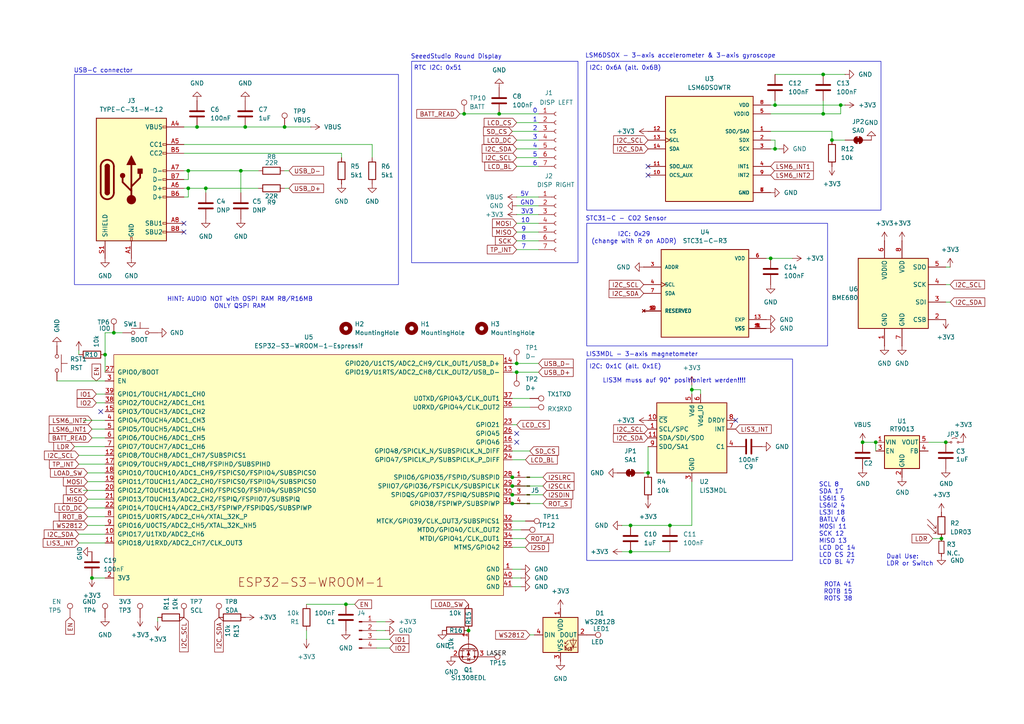
<source format=kicad_sch>
(kicad_sch (version 20231120) (generator "eeschema") (generator_version "8.0")
  (paper "A4")
  (title_block (title "Sensor Puck") (date "2024-11-21") (rev "1") (company "uspizig"))
  (lib_symbols
    (symbol "Connector:Conn_01x04_Pin" (pin_names (offset 1.016) hide)
      (property "Reference" "J" (at 0 5.08 0))
      (property "Value" "Conn_01x04_Pin" (at 0 -7.62 0))
      (symbol "Conn_01x04_Pin_1_1"
        (pin passive line (at 5.08 2.54 180) (length 3.81) (name "Pin_1") (number "1"))
        (pin passive line (at 5.08 0 180) (length 3.81) (name "Pin_2") (number "2"))
        (pin passive line (at 5.08 -2.54 180) (length 3.81) (name "Pin_3") (number "3"))
        (pin passive line (at 5.08 -5.08 180) (length 3.81) (name "Pin_4") (number "4"))
      )
    )
    (symbol "Connector:Conn_01x07_Socket" (pin_names (offset 1.016) hide)
      (property "Reference" "J" (at 0 10.16 0))
      (property "Value" "Conn_01x07_Socket" (at 0 -10.16 0))
      (symbol "Conn_01x07_Socket_1_1"
        (pin passive line (at -5.08 7.62 0) (length 3.81) (name "Pin_1") (number "1"))
        (pin passive line (at -5.08 5.08 0) (length 3.81) (name "Pin_2") (number "2"))
        (pin passive line (at -5.08 2.54 0) (length 3.81) (name "Pin_3") (number "3"))
        (pin passive line (at -5.08 0 0) (length 3.81) (name "Pin_4") (number "4"))
        (pin passive line (at -5.08 -2.54 0) (length 3.81) (name "Pin_5") (number "5"))
        (pin passive line (at -5.08 -5.08 0) (length 3.81) (name "Pin_6") (number "6"))
        (pin passive line (at -5.08 -7.62 0) (length 3.81) (name "Pin_7") (number "7"))
      )
    )
    (symbol "Connector:TestPoint" (pin_numbers hide) (pin_names (offset 0.762) hide)
      (property "Reference" "TP" (at 0 6.858 0))
      (property "Value" "TestPoint" (at 0 5.08 0))
      (symbol "TestPoint_1_1"
        (pin passive line (at 0 0 90) (length 2.54) (name "1") (number "1"))
      )
    )
    (symbol "Connector:USB_C_Receptacle_USB2.0_16P" (pin_names (offset 1.016))
      (property "Reference" "J" (at 0 22.225 0))
      (property "Value" "USB_C_Receptacle_USB2.0_16P" (at 0 19.685 0))
      (symbol "USB_C_Receptacle_USB2.0_16P_1_1"
        (pin passive line (at 0 -22.86 90) (length 5.08) (name "GND") (number "A1"))
        (pin passive line (at 0 -22.86 90) (length 5.08) hide (name "GND") (number "A12"))
        (pin passive line (at 15.24 15.24 180) (length 5.08) (name "VBUS") (number "A4"))
        (pin bidirectional line (at 15.24 10.16 180) (length 5.08) (name "CC1") (number "A5"))
        (pin bidirectional line (at 15.24 -2.54 180) (length 5.08) (name "D+") (number "A6"))
        (pin bidirectional line (at 15.24 2.54 180) (length 5.08) (name "D-") (number "A7"))
        (pin bidirectional line (at 15.24 -12.7 180) (length 5.08) (name "SBU1") (number "A8"))
        (pin passive line (at 15.24 15.24 180) (length 5.08) hide (name "VBUS") (number "A9"))
        (pin passive line (at 0 -22.86 90) (length 5.08) hide (name "GND") (number "B1"))
        (pin passive line (at 0 -22.86 90) (length 5.08) hide (name "GND") (number "B12"))
        (pin passive line (at 15.24 15.24 180) (length 5.08) hide (name "VBUS") (number "B4"))
        (pin bidirectional line (at 15.24 7.62 180) (length 5.08) (name "CC2") (number "B5"))
        (pin bidirectional line (at 15.24 -5.08 180) (length 5.08) (name "D+") (number "B6"))
        (pin bidirectional line (at 15.24 0 180) (length 5.08) (name "D-") (number "B7"))
        (pin bidirectional line (at 15.24 -15.24 180) (length 5.08) (name "SBU2") (number "B8"))
        (pin passive line (at 15.24 15.24 180) (length 5.08) hide (name "VBUS") (number "B9"))
        (pin passive line (at -7.62 -22.86 90) (length 5.08) (name "SHIELD") (number "S1"))
      )
    )
    (symbol "Device:C" (pin_numbers hide) (pin_names (offset 0.254))
      (property "Reference" "C" (at 0.635 2.54 0))
      (property "Value" "C" (at 0.635 -2.54 0))
      (symbol "C_1_1"
        (pin passive line (at 0 3.81 270) (length 2.794) (name "~") (number "1"))
        (pin passive line (at 0 -3.81 90) (length 2.794) (name "~") (number "2"))
      )
    )
    (symbol "Device:R" (pin_numbers hide) (pin_names (offset 0))
      (property "Reference" "R" (at 2.032 0 90))
      (property "Value" "R" (at 0 0 90))
      (symbol "R_1_1"
        (pin passive line (at 0 3.81 270) (length 1.27) (name "~") (number "1"))
        (pin passive line (at 0 -3.81 90) (length 1.27) (name "~") (number "2"))
      )
    )
    (symbol "Device:R_Small" (pin_numbers hide) (pin_names (offset 0.254) hide)
      (property "Reference" "R" (at 0.762 0.508 0))
      (property "Value" "R_Small" (at 0.762 -1.016 0))
      (symbol "R_Small_1_1"
        (pin passive line (at 0 2.54 270) (length 0.762) (name "~") (number "1"))
        (pin passive line (at 0 -2.54 90) (length 0.762) (name "~") (number "2"))
      )
    )
    (symbol "Jumper:Jumper_2_Small_Open" (pin_numbers hide) (pin_names (offset 0) hide) (exclude_from_sim yes)
      (property "Reference" "JP" (at 0 2.794 0))
      (property "Value" "Jumper_2_Small_Open" (at 0 -2.286 0))
      (symbol "Jumper_2_Small_Open_1_1"
        (pin passive line (at -2.54 0 0) (length 1.27) (name "A") (number "1"))
        (pin passive line (at 2.54 0 180) (length 1.27) (name "B") (number "2"))
      )
    )
    (symbol "Jumper:SolderJumper_2_Bridged" (pin_numbers hide) (pin_names (offset 0) hide) (exclude_from_sim yes) (in_bom no)
      (property "Reference" "JP" (at 0 2.032 0))
      (property "Value" "SolderJumper_2_Bridged" (at 0 -2.54 0))
      (symbol "SolderJumper_2_Bridged_1_1"
        (pin passive line (at -3.81 0 0) (length 2.54) (name "A") (number "1"))
        (pin passive line (at 3.81 0 180) (length 2.54) (name "B") (number "2"))
      )
    )
    (symbol "LED:WS2812B" (pin_names (offset 0.254))
      (property "Reference" "D" (at 5.08 5.715 0))
      (property "Value" "WS2812B" (at 1.27 -5.715 0))
      (symbol "WS2812B_0_0"
        (text "RGB" (at 2.286 -4.191 0) (effects (font (size 0.762 0.762))))
      )
      (symbol "WS2812B_1_1"
        (pin power_in line (at 0 7.62 270) (length 2.54) (name "VDD") (number "1"))
        (pin output line (at 7.62 0 180) (length 2.54) (name "DOUT") (number "2"))
        (pin power_in line (at 0 -7.62 90) (length 2.54) (name "VSS") (number "3"))
        (pin input line (at -7.62 0 0) (length 2.54) (name "DIN") (number "4"))
      )
    )
    (symbol "LSM6DSOXTR:LSM6DSOXTR" (pin_names (offset 1.016))
      (property "Reference" "U" (at -12.7 16.002 0))
      (property "Value" "LSM6DSOXTR" (at -12.7 -17.78 0))
      (symbol "LSM6DSOXTR_0_0"
        (pin bidirectional line (at 17.78 5.08 180) (length 5.08) (name "SDO/SA0") (number "1"))
        (pin bidirectional line (at -17.78 -7.62 0) (length 5.08) (name "OCS_AUX") (number "10"))
        (pin bidirectional line (at -17.78 -5.08 0) (length 5.08) (name "SDO_AUX") (number "11"))
        (pin input line (at -17.78 5.08 0) (length 5.08) (name "CS") (number "12"))
        (pin input clock (at -17.78 2.54 0) (length 5.08) (name "SCL") (number "13"))
        (pin bidirectional line (at -17.78 0 0) (length 5.08) (name "SDA") (number "14"))
        (pin bidirectional line (at 17.78 2.54 180) (length 5.08) (name "SDX") (number "2"))
        (pin bidirectional line (at 17.78 0 180) (length 5.08) (name "SCX") (number "3"))
        (pin output line (at 17.78 -5.08 180) (length 5.08) (name "INT1") (number "4"))
        (pin power_in line (at 17.78 10.16 180) (length 5.08) (name "VDDIO") (number "5"))
        (pin power_in line (at 17.78 -12.7 180) (length 5.08) (name "GND") (number "6"))
        (pin power_in line (at 17.78 -12.7 180) (length 5.08) (name "GND") (number "7"))
        (pin power_in line (at 17.78 12.7 180) (length 5.08) (name "VDD") (number "8"))
        (pin output line (at 17.78 -7.62 180) (length 5.08) (name "INT2") (number "9"))
      )
    )
    (symbol "MAX98357AETE+T:MAX98357A"
      (property "Reference" "U3" (at -3.175 2.54 0))
      (property "Value" "~" (at -3.175 0 0))
      (symbol "MAX98357A_1_1"
        (pin input line (at -11.43 -3.81 0) (length 2.54) (name "DIN") (number "1"))
        (pin input line (at 5.08 -19.05 180) (length 2.54) (name "OUTN") (number "10"))
        (pin power_in line (at 5.08 -16.51 180) (length 2.54) (name "GND") (number "11"))
        (pin bidirectional line (at 5.08 -13.97 180) (length 2.54) hide (name "N.C.") (number "12"))
        (pin bidirectional line (at 5.08 -11.43 180) (length 2.54) hide (name "N.C.") (number "13"))
        (pin input line (at 5.08 -8.89 180) (length 2.54) (name "LRCLK") (number "14"))
        (pin power_in line (at 5.08 -6.35 180) (length 2.54) (name "GND") (number "15"))
        (pin input line (at 5.08 -3.81 180) (length 2.54) (name "BCLK") (number "16"))
        (pin power_in line (at -3.81 -26.67 90) (length 2.54) (name "GND") (number "17"))
        (pin input line (at -11.43 -6.35 0) (length 2.54) (name "GAIN") (number "2"))
        (pin power_in line (at -11.43 -8.89 0) (length 2.54) (name "GND") (number "3"))
        (pin bidirectional line (at -11.43 -11.43 0) (length 2.54) (name "SD") (number "4"))
        (pin bidirectional line (at -11.43 -13.97 0) (length 2.54) hide (name "N.C.") (number "5"))
        (pin bidirectional line (at -11.43 -16.51 0) (length 2.54) hide (name "N.C.") (number "6"))
        (pin power_in line (at -11.43 -19.05 0) (length 2.54) (name "VDD") (number "7"))
        (pin power_in line (at -11.43 -21.59 0) (length 2.54) (name "VDD") (number "8"))
        (pin input line (at 5.08 -21.59 180) (length 2.54) (name "OUTP") (number "9"))
      )
    )
    (symbol "MLX90640:MLX90640" (pin_names (offset 1.016))
      (property "Reference" "U" (at 0 -1.27 0))
      (property "Value" "MLX90640" (at 0 1.27 0))
      (symbol "MLX90640_1_1"
        (pin bidirectional line (at 11.43 3.81 180) (length 2.54) (name "SDA") (number "1"))
        (pin power_in line (at -11.43 3.81 0) (length 2.54) (name "VDD") (number "2"))
        (pin power_in line (at -11.43 -3.81 0) (length 2.54) (name "GND") (number "3"))
        (pin bidirectional line (at 11.43 -3.81 180) (length 2.54) (name "SCL") (number "4"))
      )
    )
    (symbol "Mechanical:MountingHole" (pin_names (offset 1.016)) (exclude_from_sim yes) (in_bom no)
      (property "Reference" "H" (at 0 5.08 0))
      (property "Value" "MountingHole" (at 0 3.175 0))
    )
    (symbol "ProPrj_tes-easyedapro:SIQ-02FVS3"
      (property "Reference" "U" (at 0 0 0))
      (symbol "SIQ-02FVS3_1_0"
        (pin unspecified line (at 12.7 2.54 180) (length 5.08) (name "EH") (number "1"))
        (pin unspecified line (at 12.7 5.08 180) (length 5.08) (name "EH") (number "2"))
        (pin unspecified line (at 12.7 7.62 180) (length 5.08) (name "EH") (number "3"))
        (pin unspecified line (at -12.7 7.62 0) (length 5.08) (name "EH") (number "4"))
        (pin unspecified line (at -12.7 5.08 0) (length 5.08) (name "EH") (number "5"))
        (pin unspecified line (at -12.7 2.54 0) (length 5.08) (name "EH") (number "6"))
        (pin unspecified line (at -5.08 -7.62 90) (length 5.08) (name "A") (number "A"))
        (pin unspecified line (at 5.08 -7.62 90) (length 5.08) (name "B") (number "B"))
        (pin unspecified line (at 2.54 -7.62 90) (length 5.08) (name "C") (number "C"))
        (pin unspecified line (at -2.54 -7.62 90) (length 5.08) (name "S") (number "S"))
      )
    )
    (symbol "Regulator_Linear:TPS72201" (pin_names (offset 0.254))
      (property "Reference" "U" (at -3.81 5.715 0))
      (property "Value" "TPS72201" (at 0 5.715 0))
      (symbol "TPS72201_1_1"
        (pin power_in line (at -7.62 2.54 0) (length 2.54) (name "VIN") (number "1"))
        (pin power_in line (at 0 -7.62 90) (length 2.54) (name "GND") (number "2"))
        (pin input line (at -7.62 0 0) (length 2.54) (name "EN") (number "3"))
        (pin input line (at 7.62 0 180) (length 2.54) (name "FB") (number "4"))
        (pin power_out line (at 7.62 2.54 180) (length 2.54) (name "VOUT") (number "5"))
      )
    )
    (symbol "STC31-C-R3:STC31-C-R3" (pin_names (offset 1.016))
      (property "Reference" "U" (at -12.7 13.462 0))
      (property "Value" "STC31-C-R3" (at -12.7 -15.24 0))
      (symbol "STC31-C-R3_0_0"
        (pin power_in line (at 17.78 -10.16 180) (length 5.08) (name "VSS") (number "1"))
        (pin no_connect line (at -17.78 -5.08 0) (length 5.08) (name "RESERVED") (number "10"))
        (pin power_in line (at 17.78 -10.16 180) (length 5.08) (name "VSS") (number "11"))
        (pin no_connect line (at -17.78 -5.08 0) (length 5.08) (name "RESERVED") (number "12"))
        (pin power_in line (at 17.78 -7.62 180) (length 5.08) (name "EXP") (number "13"))
        (pin no_connect line (at -17.78 -5.08 0) (length 5.08) (name "RESERVED") (number "2"))
        (pin input line (at -17.78 7.62 0) (length 5.08) (name "ADDR") (number "3"))
        (pin input clock (at -17.78 2.54 0) (length 5.08) (name "SCL") (number "4"))
        (pin power_in line (at 17.78 -10.16 180) (length 5.08) (name "VSS") (number "5"))
        (pin power_in line (at 17.78 10.16 180) (length 5.08) (name "VDD") (number "6"))
        (pin bidirectional line (at -17.78 0 0) (length 5.08) (name "SDA") (number "7"))
        (pin no_connect line (at -17.78 -5.08 0) (length 5.08) (name "RESERVED") (number "8"))
        (pin power_in line (at 17.78 -10.16 180) (length 5.08) (name "VSS") (number "9"))
      )
    )
    (symbol "Sensor:BME680"
      (property "Reference" "U" (at -8.89 11.43 0))
      (property "Value" "BME680" (at 7.62 11.43 0))
      (symbol "BME680_1_1"
        (pin power_in line (at -2.54 -15.24 90) (length 5.08) (name "GND") (number "1"))
        (pin input line (at 15.24 -7.62 180) (length 5.08) (name "CSB") (number "2"))
        (pin bidirectional line (at 15.24 -2.54 180) (length 5.08) (name "SDI") (number "3"))
        (pin input line (at 15.24 2.54 180) (length 5.08) (name "SCK") (number "4"))
        (pin bidirectional line (at 15.24 7.62 180) (length 5.08) (name "SDO") (number "5"))
        (pin power_in line (at -2.54 15.24 270) (length 5.08) (name "VDDIO") (number "6"))
        (pin power_in line (at 2.54 -15.24 90) (length 5.08) (name "GND") (number "7"))
        (pin power_in line (at 2.54 15.24 270) (length 5.08) (name "VDD") (number "8"))
      )
    )
    (symbol "Sensor_Magnetic:LIS3MDL"
      (property "Reference" "U" (at -8.89 11.43 0))
      (property "Value" "LIS3MDL" (at 7.62 11.43 0))
      (symbol "LIS3MDL_1_1"
        (pin input line (at -12.7 2.54 0) (length 2.54) (name "SCL/SPC") (number "1"))
        (pin input line (at -12.7 5.08 0) (length 2.54) (name "~{CS}") (number "10"))
        (pin bidirectional line (at -12.7 0 0) (length 2.54) (name "SDA/SDI/SDO") (number "11"))
        (pin passive line (at 0 -12.7 90) (length 2.54) hide (name "GND") (number "12"))
        (pin passive line (at 0 -12.7 90) (length 2.54) hide (name "GND") (number "2"))
        (pin power_in line (at 0 -12.7 90) (length 2.54) (name "GND") (number "3"))
        (pin power_out line (at 12.7 -2.54 180) (length 2.54) (name "C1") (number "4"))
        (pin power_in line (at 0 12.7 270) (length 2.54) (name "Vdd") (number "5"))
        (pin power_in line (at 2.54 12.7 270) (length 2.54) (name "Vdd_IO") (number "6"))
        (pin output line (at 12.7 2.54 180) (length 2.54) (name "INT") (number "7"))
        (pin output line (at 12.7 5.08 180) (length 2.54) (name "DRDY") (number "8"))
        (pin bidirectional line (at -12.7 -2.54 0) (length 2.54) (name "SDO/SA1") (number "9"))
      )
    )
    (symbol "Sensor_Optical:LDR03" (pin_numbers hide) (pin_names (offset 0))
      (property "Reference" "R" (at -5.08 0 90))
      (property "Value" "LDR03" (at 1.905 0 90))
      (symbol "LDR03_1_1"
        (pin passive line (at 0 3.81 270) (length 1.27) (name "~") (number "1"))
        (pin passive line (at 0 -3.81 90) (length 1.27) (name "~") (number "2"))
      )
    )
    (symbol "Switch:SW_Push" (pin_numbers hide) (pin_names (offset 1.016) hide)
      (property "Reference" "SW" (at 1.27 2.54 0))
      (property "Value" "SW_Push" (at 0 -1.524 0))
      (symbol "SW_Push_0_1"
        (pin passive line (at -5.08 0 0) (length 2.54) (name "1") (number "1"))
        (pin passive line (at 5.08 0 180) (length 2.54) (name "2") (number "2"))
      )
    )
    (symbol "Transistor_FET:2N7002K" (pin_names hide)
      (property "Reference" "Q" (at 5.08 1.905 0))
      (property "Value" "2N7002K" (at 5.08 0 0))
      (symbol "2N7002K_1_1"
        (pin input line (at -5.08 0 0) (length 2.54) (name "G") (number "1"))
        (pin passive line (at 2.54 -5.08 90) (length 2.54) (name "S") (number "2"))
        (pin passive line (at 2.54 5.08 270) (length 2.54) (name "D") (number "3"))
      )
    )
    (symbol "esp32baseBoard-rescue:GND-power" (power) (pin_names (offset 0))
      (property "Value" "power_GND" (at 0 -3.81 0))
      (symbol "GND-power_1_1"
        (pin power_in line (at 0 0 270) (length 0) hide (name "GND") (number "1"))
      )
    )
    (symbol "power:+3V3" (power) (pin_numbers hide) (pin_names (offset 0) hide)
      (property "Value" "+3V3" (at 0 3.556 0))
      (symbol "+3V3_1_1"
        (pin power_in line (at 0 0 90) (length 0) (name "~") (number "1"))
      )
    )
    (symbol "power:GND" (power) (pin_numbers hide) (pin_names (offset 0) hide)
      (property "Value" "GND" (at 0 -3.81 0))
      (symbol "GND_1_1"
        (pin power_in line (at 0 0 270) (length 0) (name "~") (number "1"))
      )
    )
    (symbol "power:VBUS" (power) (pin_numbers hide) (pin_names (offset 0) hide)
      (property "Value" "VBUS" (at 0 3.556 0))
      (symbol "VBUS_1_1"
        (pin power_in line (at 0 0 90) (length 0) (name "~") (number "1"))
      )
    )
    (symbol "s3Basic-rescue:ESP32-S3-WROOM-1-Espressif" (pin_names (offset 1.016))
      (property "Reference" "U" (at 0 35.56 0))
      (property "Value" "ESP32-S3-WROOM-1-Espressif" (at 0 -36.83 0))
      (symbol "ESP32-S3-WROOM-1-Espressif_0_0"
        (text "ESP32-S3-WROOM-1" (at 0 -31.75 0) (effects (font (size 2.54 2.54))))
        (pin power_in line (at 58.42 -27.94 180) (length 2.54) (name "GND") (number "1"))
        (pin bidirectional line (at -59.69 -17.78 0) (length 2.54) (name "GPIO17/U1TXD/ADC2_CH6") (number "10"))
        (pin bidirectional line (at -59.69 -20.32 0) (length 2.54) (name "GPIO18/U1RXD/ADC2_CH7/CLK_OUT3") (number "11"))
        (pin bidirectional line (at -59.69 5.08 0) (length 2.54) (name "GPIO8/TOUCH8/ADC1_CH7/SUBSPICS1") (number "12"))
        (pin bidirectional line (at 58.42 29.21 180) (length 2.54) (name "GPIO19/U1RTS/ADC2_CH8/CLK_OUT2/USB_D-") (number "13"))
        (pin bidirectional line (at 58.42 31.75 180) (length 2.54) (name "GPIO20/U1CTS/ADC2_CH9/CLK_OUT1/USB_D+") (number "14"))
        (pin bidirectional line (at -59.69 17.78 0) (length 2.54) (name "GPIO3/TOUCH3/ADC1_CH2") (number "15"))
        (pin bidirectional line (at 58.42 8.89 180) (length 2.54) (name "GPIO46") (number "16"))
        (pin bidirectional line (at -59.69 2.54 0) (length 2.54) (name "GPIO9/TOUCH9/ADC1_CH8/FSPIHD/SUBSPIHD") (number "17"))
        (pin bidirectional line (at -59.69 0 0) (length 2.54) (name "GPIO10/TOUCH10/ADC1_CH9/FSPICS0/FSPIIO4/SUBSPICS0") (number "18"))
        (pin bidirectional line (at -59.69 -2.54 0) (length 2.54) (name "GPIO11/TOUCH11/ADC2_CH0/FSPICS0/FSPIIO4/SUBSPICS0") (number "19"))
        (pin power_in line (at -59.69 -30.48 0) (length 2.54) (name "3V3") (number "2"))
        (pin bidirectional line (at -59.69 -5.08 0) (length 2.54) (name "GPIO12/TOUCH11/ADC2_CH0/FSPICS0/FSPIIO4/SUBSPICS0") (number "20"))
        (pin bidirectional line (at -59.69 -7.62 0) (length 2.54) (name "GPIO13/TOUCH13/ADC2_CH2/FSPIQ/FSPIIO7/SUBSPIQ") (number "21"))
        (pin bidirectional line (at -59.69 -10.16 0) (length 2.54) (name "GPIO14/TOUCH14/ADC2_CH3/FSPIWP/FSPIDQS/SUBSPIWP") (number "22"))
        (pin bidirectional line (at 58.42 13.97 180) (length 2.54) (name "GPIO21") (number "23"))
        (pin bidirectional line (at 58.42 3.81 180) (length 2.54) (name "GPIO47/SPICLK_P/SUBSPICLK_P_DIFF") (number "24"))
        (pin bidirectional line (at 58.42 6.35 180) (length 2.54) (name "GPIO48/SPICLK_N/SUBSPICLK_N_DIFF") (number "25"))
        (pin bidirectional line (at 58.42 11.43 180) (length 2.54) (name "GPIO45") (number "26"))
        (pin bidirectional line (at -59.69 29.21 0) (length 2.54) (name "GPIO0/BOOT") (number "27"))
        (pin bidirectional line (at 58.42 -1.27 180) (length 2.54) (name "SPIIO6/GPIO35/FSPID/SUBSPID") (number "28"))
        (pin bidirectional line (at 58.42 -3.81 180) (length 2.54) (name "SPIIO7/GPIO36/FSPICLK/SUBSPICLK") (number "29"))
        (pin input line (at -59.69 26.67 0) (length 2.54) (name "EN") (number "3"))
        (pin bidirectional line (at 58.42 -6.35 180) (length 2.54) (name "SPIDQS/GPIO37/FSPIQ/SUBSPIQ") (number "30"))
        (pin bidirectional line (at 58.42 -8.89 180) (length 2.54) (name "GPIO38/FSPIWP/SUBSPIWP") (number "31"))
        (pin bidirectional line (at 58.42 -13.97 180) (length 2.54) (name "MTCK/GPIO39/CLK_OUT3/SUBSPICS1") (number "32"))
        (pin bidirectional line (at 58.42 -16.51 180) (length 2.54) (name "MTDO/GPIO40/CLK_OUT2") (number "33"))
        (pin bidirectional line (at 58.42 -19.05 180) (length 2.54) (name "MTDI/GPIO41/CLK_OUT1") (number "34"))
        (pin bidirectional line (at 58.42 -21.59 180) (length 2.54) (name "MTMS/GPIO42") (number "35"))
        (pin bidirectional line (at 58.42 19.05 180) (length 2.54) (name "U0RXD/GPIO44/CLK_OUT2") (number "36"))
        (pin bidirectional line (at 58.42 21.59 180) (length 2.54) (name "U0TXD/GPIO43/CLK_OUT1") (number "37"))
        (pin bidirectional line (at -59.69 20.32 0) (length 2.54) (name "GPIO2/TOUCH2/ADC1_CH1") (number "38"))
        (pin bidirectional line (at -59.69 22.86 0) (length 2.54) (name "GPIO1/TOUCH1/ADC1_CH0") (number "39"))
        (pin bidirectional line (at -59.69 15.24 0) (length 2.54) (name "GPIO4/TOUCH4/ADC1_CH3") (number "4"))
        (pin power_in line (at 58.42 -30.48 180) (length 2.54) (name "GND") (number "40"))
        (pin power_in line (at 58.42 -33.02 180) (length 2.54) (name "GND") (number "41"))
        (pin bidirectional line (at -59.69 12.7 0) (length 2.54) (name "GPIO5/TOUCH5/ADC1_CH4") (number "5"))
        (pin bidirectional line (at -59.69 10.16 0) (length 2.54) (name "GPIO6/TOUCH6/ADC1_CH5") (number "6"))
        (pin bidirectional line (at -59.69 7.62 0) (length 2.54) (name "GPIO7/TOUCH7/ADC1_CH6") (number "7"))
        (pin bidirectional line (at -59.69 -12.7 0) (length 2.54) (name "GPIO15/U0RTS/ADC2_CH4/XTAL_32K_P") (number "8"))
        (pin bidirectional line (at -59.69 -15.24 0) (length 2.54) (name "GPIO16/U0CTS/ADC2_CH5/XTAL_32K_NH5") (number "9"))
      )
    )
  )
  (junction (at 148.59 143.51))
  (junction (at 149.86 105.41))
  (junction (at 200.66 113.03))
  (junction (at 135.89 182.88))
  (junction (at 243.84 30.48))
  (junction (at 320.04 50.8))
  (junction (at 26.67 167.64))
  (junction (at 148.59 146.05))
  (junction (at 238.76 33.02))
  (junction (at 224.79 43.18))
  (junction (at 273.05 156.21))
  (junction (at 182.88 160.02))
  (junction (at 223.52 74.93))
  (junction (at 54.61 49.53))
  (junction (at 254 128.27))
  (junction (at 238.76 21.59))
  (junction (at 148.59 140.97))
  (junction (at 182.88 152.4))
  (junction (at 57.15 36.83))
  (junction (at 59.69 54.61))
  (junction (at 250.19 128.27))
  (junction (at 82.55 36.83))
  (junction (at 187.96 137.16))
  (junction (at 54.61 54.61))
  (junction (at 30.48 102.87))
  (junction (at 320.04 43.18))
  (junction (at 71.12 36.83))
  (junction (at 33.02 96.52))
  (junction (at 194.31 152.4))
  (junction (at 144.78 33.02))
  (junction (at 274.32 128.27))
  (junction (at 241.3 40.64))
  (junction (at 100.33 175.26))
  (junction (at 148.59 138.43))
  (junction (at 134.62 33.02))
  (junction (at 224.79 30.48))
  (junction (at 69.85 49.53))
  (junction (at 149.86 107.95))
  (junction (at 320.04 53.34))
  (no_connect (at 213.36 121.92))
  (no_connect (at 53.34 64.77))
  (no_connect (at 29.21 119.38))
  (no_connect (at 53.34 67.31))
  (no_connect (at 149.86 128.27))
  (no_connect (at 149.86 125.73))
  (no_connect (at 187.96 50.8))
  (no_connect (at 187.96 48.26))
  (wire (pts (xy 69.85 49.53) (xy 69.85 55.88)))
  (wire (pts (xy 27.94 116.84) (xy 30.48 116.84)))
  (wire (pts (xy 54.61 49.53) (xy 53.34 49.53)))
  (wire (pts (xy 224.79 43.18) (xy 226.06 43.18)))
  (wire (pts (xy 149.86 40.64) (xy 156.21 40.64)))
  (wire (pts (xy 203.2 113.03) (xy 203.2 114.3)))
  (wire (pts (xy 53.34 52.07) (xy 54.61 52.07)))
  (wire (pts (xy 88.9 182.88) (xy 88.9 185.42)))
  (wire (pts (xy 149.86 57.15) (xy 156.21 57.15)))
  (wire (pts (xy 149.86 62.23) (xy 156.21 62.23)))
  (wire (pts (xy 149.86 67.31) (xy 156.21 67.31)))
  (wire (pts (xy 25.4 147.32) (xy 30.48 147.32)))
  (wire (pts (xy 254 128.27) (xy 254 130.81)))
  (wire (pts (xy 250.19 128.27) (xy 254 128.27)))
  (wire (pts (xy 309.88 35.56) (xy 320.04 35.56)))
  (wire (pts (xy 109.22 180.34) (xy 111.76 180.34)))
  (wire (pts (xy 336.55 50.8) (xy 339.09 50.8)))
  (wire (pts (xy 224.79 30.48) (xy 224.79 29.21)))
  (wire (pts (xy 330.2 96.52) (xy 330.2 97.79)))
  (wire (pts (xy 153.67 184.15) (xy 154.94 184.15)))
  (wire (pts (xy 109.22 182.88) (xy 111.76 182.88)))
  (wire (pts (xy 229.87 74.93) (xy 223.52 74.93)))
  (wire (pts (xy 54.61 57.15) (xy 54.61 54.61)))
  (wire (pts (xy 21.59 129.54) (xy 30.48 129.54)))
  (wire (pts (xy 26.67 167.64) (xy 30.48 167.64)))
  (wire (pts (xy 149.86 59.69) (xy 156.21 59.69)))
  (wire (pts (xy 270.51 156.21) (xy 273.05 156.21)))
  (wire (pts (xy 53.34 44.45) (xy 99.06 44.45)))
  (wire (pts (xy 224.79 30.48) (xy 243.84 30.48)))
  (wire (pts (xy 274.32 87.63) (xy 275.59 87.63)))
  (wire (pts (xy 180.34 160.02) (xy 182.88 160.02)))
  (wire (pts (xy 148.59 105.41) (xy 149.86 105.41)))
  (wire (pts (xy 22.86 154.94) (xy 30.48 154.94)))
  (wire (pts (xy 149.86 105.41) (xy 156.21 105.41)))
  (wire (pts (xy 223.52 33.02) (xy 238.76 33.02)))
  (wire (pts (xy 149.86 48.26) (xy 156.21 48.26)))
  (wire (pts (xy 82.55 54.61) (xy 83.82 54.61)))
  (wire (pts (xy 33.02 96.52) (xy 35.56 96.52)))
  (wire (pts (xy 54.61 54.61) (xy 59.69 54.61)))
  (wire (pts (xy 200.66 113.03) (xy 203.2 113.03)))
  (wire (pts (xy 148.59 143.51) (xy 157.48 143.51)))
  (wire (pts (xy 148.59 123.19) (xy 149.86 123.19)))
  (wire (pts (xy 109.22 185.42) (xy 113.03 185.42)))
  (wire (pts (xy 25.4 152.4) (xy 30.48 152.4)))
  (wire (pts (xy 223.52 43.18) (xy 224.79 43.18)))
  (wire (pts (xy 134.62 33.02) (xy 144.78 33.02)))
  (wire (pts (xy 25.4 144.78) (xy 30.48 144.78)))
  (wire (pts (xy 148.59 153.67) (xy 151.13 153.67)))
  (wire (pts (xy 54.61 49.53) (xy 69.85 49.53)))
  (wire (pts (xy 22.86 101.6) (xy 22.86 102.87)))
  (wire (pts (xy 182.88 160.02) (xy 194.31 160.02)))
  (wire (pts (xy 99.06 44.45) (xy 99.06 45.72)))
  (wire (pts (xy 109.22 187.96) (xy 113.03 187.96)))
  (wire (pts (xy 82.55 36.83) (xy 90.17 36.83)))
  (wire (pts (xy 24.13 142.24) (xy 30.48 142.24)))
  (wire (pts (xy 149.86 69.85) (xy 156.21 69.85)))
  (wire (pts (xy 148.59 167.64) (xy 151.13 167.64)))
  (wire (pts (xy 26.67 124.46) (xy 30.48 124.46)))
  (wire (pts (xy 269.24 128.27) (xy 274.32 128.27)))
  (wire (pts (xy 148.59 107.95) (xy 149.86 107.95)))
  (wire (pts (xy 59.69 54.61) (xy 59.69 55.88)))
  (wire (pts (xy 200.66 152.4) (xy 200.66 139.7)))
  (wire (pts (xy 241.3 40.64) (xy 245.11 40.64)))
  (wire (pts (xy 148.59 118.11) (xy 153.67 118.11)))
  (wire (pts (xy 149.86 107.95) (xy 156.21 107.95)))
  (wire (pts (xy 149.86 43.18) (xy 156.21 43.18)))
  (wire (pts (xy 53.34 57.15) (xy 54.61 57.15)))
  (wire (pts (xy 30.48 102.87) (xy 30.48 107.95)))
  (wire (pts (xy 69.85 49.53) (xy 74.93 49.53)))
  (wire (pts (xy 148.59 138.43) (xy 157.48 138.43)))
  (wire (pts (xy 180.34 152.4) (xy 182.88 152.4)))
  (wire (pts (xy 16.51 110.49) (xy 30.48 110.49)))
  (wire (pts (xy 148.59 165.1) (xy 151.13 165.1)))
  (wire (pts (xy 26.67 127) (xy 30.48 127)))
  (wire (pts (xy 27.94 114.3) (xy 30.48 114.3)))
  (wire (pts (xy 336.55 35.56) (xy 339.09 35.56)))
  (wire (pts (xy 148.59 170.18) (xy 151.13 170.18)))
  (wire (pts (xy 148.59 140.97) (xy 157.48 140.97)))
  (wire (pts (xy 149.86 64.77) (xy 156.21 64.77)))
  (wire (pts (xy 59.69 54.61) (xy 74.93 54.61)))
  (wire (pts (xy 223.52 30.48) (xy 224.79 30.48)))
  (wire (pts (xy 24.13 121.92) (xy 30.48 121.92)))
  (wire (pts (xy 144.78 33.02) (xy 156.21 33.02)))
  (wire (pts (xy 148.59 156.21) (xy 152.4 156.21)))
  (wire (pts (xy 336.55 40.64) (xy 339.09 40.64)))
  (wire (pts (xy 238.76 33.02) (xy 238.76 29.21)))
  (wire (pts (xy 245.11 30.48) (xy 243.84 30.48)))
  (wire (pts (xy 238.76 21.59) (xy 245.11 21.59)))
  (wire (pts (xy 186.69 137.16) (xy 187.96 137.16)))
  (wire (pts (xy 224.79 21.59) (xy 238.76 21.59)))
  (wire (pts (xy 223.52 40.64) (xy 224.79 40.64)))
  (wire (pts (xy 274.32 82.55) (xy 275.59 82.55)))
  (wire (pts (xy 100.33 175.26) (xy 88.9 175.26)))
  (wire (pts (xy 30.48 96.52) (xy 33.02 96.52)))
  (wire (pts (xy 148.59 38.1) (xy 156.21 38.1)))
  (wire (pts (xy 274.32 77.47) (xy 275.59 77.47)))
  (wire (pts (xy 149.86 45.72) (xy 156.21 45.72)))
  (wire (pts (xy 241.3 38.1) (xy 241.3 40.64)))
  (wire (pts (xy 149.86 72.39) (xy 156.21 72.39)))
  (wire (pts (xy 238.76 33.02) (xy 243.84 33.02)))
  (wire (pts (xy 148.59 146.05) (xy 157.48 146.05)))
  (wire (pts (xy 194.31 152.4) (xy 200.66 152.4)))
  (wire (pts (xy 336.55 53.34) (xy 339.09 53.34)))
  (wire (pts (xy 57.15 36.83) (xy 71.12 36.83)))
  (wire (pts (xy 82.55 49.53) (xy 83.82 49.53)))
  (wire (pts (xy 148.59 151.13) (xy 152.4 151.13)))
  (wire (pts (xy 54.61 52.07) (xy 54.61 49.53)))
  (wire (pts (xy 224.79 40.64) (xy 224.79 43.18)))
  (wire (pts (xy 25.4 137.16) (xy 30.48 137.16)))
  (wire (pts (xy 149.86 35.56) (xy 156.21 35.56)))
  (wire (pts (xy 22.86 157.48) (xy 30.48 157.48)))
  (wire (pts (xy 71.12 36.83) (xy 82.55 36.83)))
  (wire (pts (xy 200.66 113.03) (xy 200.66 114.3)))
  (wire (pts (xy 30.48 96.52) (xy 30.48 102.87)))
  (wire (pts (xy 53.34 41.91) (xy 107.95 41.91)))
  (wire (pts (xy 25.4 149.86) (xy 30.48 149.86)))
  (wire (pts (xy 22.86 132.08) (xy 30.48 132.08)))
  (wire (pts (xy 148.59 158.75) (xy 152.4 158.75)))
  (wire (pts (xy 45.72 179.07) (xy 45.72 180.34)))
  (wire (pts (xy 57.15 36.83) (xy 53.34 36.83)))
  (wire (pts (xy 309.88 43.18) (xy 312.42 43.18)))
  (wire (pts (xy 22.86 134.62) (xy 30.48 134.62)))
  (wire (pts (xy 187.96 129.54) (xy 187.96 137.16)))
  (wire (pts (xy 25.4 139.7) (xy 30.48 139.7)))
  (wire (pts (xy 107.95 41.91) (xy 107.95 45.72)))
  (wire (pts (xy 223.52 38.1) (xy 241.3 38.1)))
  (wire (pts (xy 148.59 115.57) (xy 153.67 115.57)))
  (wire (pts (xy 102.87 175.26) (xy 100.33 175.26)))
  (wire (pts (xy 243.84 30.48) (xy 243.84 33.02)))
  (wire (pts (xy 53.34 54.61) (xy 54.61 54.61)))
  (wire (pts (xy 313.69 125.73) (xy 317.5 125.73)))
  (wire (pts (xy 182.88 152.4) (xy 194.31 152.4)))
  (wire (pts (xy 148.59 133.35) (xy 152.4 133.35)))
  (wire (pts (xy 200.66 111.76) (xy 200.66 113.03)))
  (wire (pts (xy 148.59 130.81) (xy 153.67 130.81)))
  (wire (pts (xy 223.52 74.93) (xy 222.25 74.93)))
  (wire (pts (xy 133.35 33.02) (xy 134.62 33.02)))
  (rectangle (start 170.18 104.14) (end 229.87 162.56))
  (rectangle (start 170.18 17.78) (end 255.524 60.96))
  (rectangle (start 119.38 17.78) (end 167.64 76.2))
  (rectangle (start 21.59 21.59) (end 115.57 82.55))
  (rectangle (start 170.18 64.77) (end 240.03 100.33))
  (text "USB-C connector" (at 29.972 20.574 0) (effects (font (size 1.27 1.27))))
  (text "5" (at 155.194 44.958 0) (effects (font (size 1.27 1.27))))
  (text "10" (at 152.4 64.008 0) (effects (font (size 1.27 1.27))))
  (text "7" (at 151.892 71.628 0) (effects (font (size 1.27 1.27))))
  (text "3" (at 155.194 39.878 0) (effects (font (size 1.27 1.27))))
  (text "BUGS:\nMAX98357 SD Pin Pullup 1M auf 3.3V fehlt\nC15, C16 auf 10nF hoch" (at 130.048 235.712 0) (effects (font (size 2 2)) (justify left bottom)))
  (text "LIS3M muss auf 90° positioniert werden!!!!" (at 195.58 110.49 0) (effects (font (size 1.27 1.27))))
  (text "SeeedStudio Round Display" (at 132.334 16.51 0) (effects (font (size 1.27 1.27))))
  (text "SCL 8\nSDA 17\nLS6I1 5\nLS6I2 4\nLS3I 18\nBATLV 6\nMOSI 11\nSCK 12\nMISO 13\nLCD DC 14\nLCD CS 21\nLCD BL 47" (at 237.49 151.892 0) (effects (font (size 1.27 1.27)) (justify left)))
  (text "4" (at 155.194 42.418 0) (effects (font (size 1.27 1.27))))
  (text "I2C: 0x1C (alt. 0x1E)" (at 181.356 106.426 0) (effects (font (size 1.27 1.27))))
  (text "RTC I2C: 0x51" (at 127 19.812 0) (effects (font (size 1.27 1.27))))
  (text "Dual Use:\nLDR or Switch" (at 257.048 162.56 0) (effects (font (size 1.27 1.27)) (justify left)))
  (text "I2C: 0x6A (alt. 0x6B)" (at 181.356 19.812 0) (effects (font (size 1.27 1.27))))
  (text "BUGS!!!!\nUSB+ und USB- and ESP32 vertauscht!!!!" (at 150.368 221.488 0) (effects (font (size 1.27 1.27))))
  (text "LIS3MDL - 3-axis magnetometer" (at 186.182 102.87 0) (effects (font (size 1.27 1.27))))
  (text "5V" (at 152.146 56.388 0) (effects (font (size 1.27 1.27))))
  (text "8" (at 151.892 69.088 0) (effects (font (size 1.27 1.27))))
  (text "STC31-C - CO2 Sensor" (at 181.61 63.5 0) (effects (font (size 1.27 1.27))))
  (text "1" (at 155.194 34.798 0) (effects (font (size 1.27 1.27))))
  (text "GND" (at 152.908 58.928 0) (effects (font (size 1.27 1.27))))
  (text "9" (at 151.892 66.548 0) (effects (font (size 1.27 1.27))))
  (text "LSM6DSOX - 3-axis accelerometer & 3-axis gyroscope" (at 197.358 16.256 0) (effects (font (size 1.27 1.27))))
  (text "2" (at 155.194 37.338 0) (effects (font (size 1.27 1.27))))
  (text "0" (at 155.194 32.258 0) (effects (font (size 1.27 1.27))))
  (text "ROTA 41\nROTB 15\nROTS 38" (at 243.078 171.704 0) (effects (font (size 1.27 1.27))))
  (text "3V3" (at 152.908 61.468 0) (effects (font (size 1.27 1.27))))
  (text "6" (at 155.194 47.498 0) (effects (font (size 1.27 1.27))))
  (text "I2C: 0x29\n(change with R on ADDR)" (at 183.896 69.088 0) (effects (font (size 1.27 1.27))))
  (text "MAX98357 Audio AMP" (at 309.626 31.75 0) (effects (font (size 2 2)) (justify left bottom)))
  (text "HINT: AUDIO NOT with OSPI RAM R8/R16MB\nONLY QSPI RAM" (at 69.596 87.884 0) (effects (font (size 1.27 1.27))))
  (label "LASER" (at 140.97 190.5 0))
  (global_label "I2C_SCL" (shape input) (at 275.59 82.55 0) (property "Intersheetrefs" "${INTERSHEET_REFS}" (effects (hide yes))))
  (global_label "SD_CS" (shape input) (at 153.67 130.81 0) (property "Intersheetrefs" "${INTERSHEET_REFS}" (effects (hide yes))))
  (global_label "I2C_SCL" (shape input) (at 22.86 132.08 180) (property "Intersheetrefs" "${INTERSHEET_REFS}" (effects (hide yes))))
  (global_label "LDR" (shape input) (at 21.59 129.54 180) (property "Intersheetrefs" "${INTERSHEET_REFS}" (effects (hide yes))))
  (global_label "ROT_S" (shape input) (at 325.12 96.52 270) (property "Intersheetrefs" "${INTERSHEET_REFS}" (effects (hide yes))))
  (global_label "ROT_A" (shape input) (at 152.4 156.21 0) (property "Intersheetrefs" "${INTERSHEET_REFS}" (effects (hide yes))))
  (global_label "I2C_SCL" (shape input) (at 186.69 82.55 180) (property "Intersheetrefs" "${INTERSHEET_REFS}" (effects (hide yes))))
  (global_label "IO2" (shape input) (at 27.94 116.84 180) (property "Intersheetrefs" "${INTERSHEET_REFS}" (effects (hide yes))))
  (global_label "I2C_SCL" (shape input) (at 187.96 124.46 180) (property "Intersheetrefs" "${INTERSHEET_REFS}" (effects (hide yes))))
  (global_label "IO1" (shape input) (at 113.03 185.42 0) (property "Intersheetrefs" "${INTERSHEET_REFS}" (effects (hide yes))))
  (global_label "USB_D-" (shape input) (at 83.82 49.53 0) (property "Intersheetrefs" "${INTERSHEET_REFS}" (effects (hide yes))))
  (global_label "MOSI" (shape input) (at 149.86 64.77 180) (property "Intersheetrefs" "${INTERSHEET_REFS}" (effects (hide yes))))
  (global_label "MISO" (shape input) (at 149.86 67.31 180) (property "Intersheetrefs" "${INTERSHEET_REFS}" (effects (hide yes))))
  (global_label "USB_D+" (shape input) (at 156.21 107.95 0) (property "Intersheetrefs" "${INTERSHEET_REFS}" (effects (hide yes))))
  (global_label "LCD_DC" (shape input) (at 149.86 40.64 180) (property "Intersheetrefs" "${INTERSHEET_REFS}" (effects (hide yes))))
  (global_label "SD_CS" (shape input) (at 148.59 38.1 180) (property "Intersheetrefs" "${INTERSHEET_REFS}" (effects (hide yes))))
  (global_label "I2SD" (shape input) (at 309.88 43.18 180) (property "Intersheetrefs" "${INTERSHEET_REFS}" (effects (hide yes))))
  (global_label "LIS3_INT" (shape input) (at 213.36 124.46 0) (property "Intersheetrefs" "${INTERSHEET_REFS}" (effects (hide yes))))
  (global_label "LSM6_INT1" (shape input) (at 223.52 48.26 0) (property "Intersheetrefs" "${INTERSHEET_REFS}" (effects (hide yes))))
  (global_label "LSM6_INT1" (shape input) (at 26.67 124.46 180) (property "Intersheetrefs" "${INTERSHEET_REFS}" (effects (hide yes))))
  (global_label "ROT_B" (shape input) (at 25.4 149.86 180) (property "Intersheetrefs" "${INTERSHEET_REFS}" (effects (hide yes))))
  (global_label "I2C_SDA" (shape input) (at 149.86 43.18 180) (property "Intersheetrefs" "${INTERSHEET_REFS}" (effects (hide yes))))
  (global_label "BATT_READ" (shape input) (at 26.67 127 180) (property "Intersheetrefs" "${INTERSHEET_REFS}" (effects (hide yes))))
  (global_label "I2C_SDA" (shape input) (at 275.59 87.63 0) (property "Intersheetrefs" "${INTERSHEET_REFS}" (effects (hide yes))))
  (global_label "USB_D-" (shape input) (at 156.21 105.41 0) (property "Intersheetrefs" "${INTERSHEET_REFS}" (effects (hide yes))))
  (global_label "I2SCLK" (shape input) (at 339.09 35.56 0) (property "Intersheetrefs" "${INTERSHEET_REFS}" (effects (hide yes))))
  (global_label "EN" (shape input) (at 27.94 110.49 90) (property "Intersheetrefs" "${INTERSHEET_REFS}" (effects (hide yes))))
  (global_label "MOSI" (shape input) (at 25.4 139.7 180) (property "Intersheetrefs" "${INTERSHEET_REFS}" (effects (hide yes))))
  (global_label "I2C_SDA" (shape input) (at 187.96 43.18 180) (property "Intersheetrefs" "${INTERSHEET_REFS}" (effects (hide yes))))
  (global_label "LSM6_INT2" (shape input) (at 223.52 50.8 0) (property "Intersheetrefs" "${INTERSHEET_REFS}" (effects (hide yes))))
  (global_label "LCD_BL" (shape input) (at 149.86 48.26 180) (property "Intersheetrefs" "${INTERSHEET_REFS}" (effects (hide yes))))
  (global_label "I2C_SCL" (shape input) (at 53.34 179.07 270) (property "Intersheetrefs" "${INTERSHEET_REFS}" (effects (hide yes))))
  (global_label "I2SLRC" (shape input) (at 339.09 40.64 0) (property "Intersheetrefs" "${INTERSHEET_REFS}" (effects (hide yes))))
  (global_label "LDR" (shape input) (at 270.51 156.21 180) (property "Intersheetrefs" "${INTERSHEET_REFS}" (effects (hide yes))))
  (global_label "I2C_SDA" (shape input) (at 186.69 85.09 180) (property "Intersheetrefs" "${INTERSHEET_REFS}" (effects (hide yes))))
  (global_label "LSM6_INT2" (shape input) (at 26.67 121.92 180) (property "Intersheetrefs" "${INTERSHEET_REFS}" (effects (hide yes))))
  (global_label "EN" (shape input) (at 20.32 179.07 270) (property "Intersheetrefs" "${INTERSHEET_REFS}" (effects (hide yes))))
  (global_label "I2C_SCL" (shape input) (at 149.86 45.72 180) (property "Intersheetrefs" "${INTERSHEET_REFS}" (effects (hide yes))))
  (global_label "EN" (shape input) (at 102.87 175.26 0) (property "Intersheetrefs" "${INTERSHEET_REFS}" (effects (hide yes))))
  (global_label "ROT_A" (shape input) (at 322.58 96.52 270) (property "Intersheetrefs" "${INTERSHEET_REFS}" (effects (hide yes))))
  (global_label "I2C_SDA" (shape input) (at 340.36 125.73 0) (property "Intersheetrefs" "${INTERSHEET_REFS}" (effects (hide yes))))
  (global_label "I2SDIN" (shape input) (at 309.88 35.56 180) (property "Intersheetrefs" "${INTERSHEET_REFS}" (effects (hide yes))))
  (global_label "BATT_READ" (shape input) (at 133.35 33.02 180) (property "Intersheetrefs" "${INTERSHEET_REFS}" (effects (hide yes))))
  (global_label "I2SD" (shape input) (at 152.4 158.75 0) (property "Intersheetrefs" "${INTERSHEET_REFS}" (effects (hide yes))))
  (global_label "ROT_S" (shape input) (at 157.48 146.05 0) (property "Intersheetrefs" "${INTERSHEET_REFS}" (effects (hide yes))))
  (global_label "LCD_CS" (shape input) (at 149.86 123.19 0) (property "Intersheetrefs" "${INTERSHEET_REFS}" (effects (hide yes))))
  (global_label "IO1" (shape input) (at 27.94 114.3 180) (property "Intersheetrefs" "${INTERSHEET_REFS}" (effects (hide yes))))
  (global_label "TP_INT" (shape input) (at 22.86 134.62 180) (property "Intersheetrefs" "${INTERSHEET_REFS}" (effects (hide yes))))
  (global_label "I2C_SDA" (shape input) (at 22.86 154.94 180) (property "Intersheetrefs" "${INTERSHEET_REFS}" (effects (hide yes))))
  (global_label "I2SLRC" (shape input) (at 157.48 138.43 0) (property "Intersheetrefs" "${INTERSHEET_REFS}" (effects (hide yes))))
  (global_label "I2C_SDA" (shape input) (at 187.96 127 180) (property "Intersheetrefs" "${INTERSHEET_REFS}" (effects (hide yes))))
  (global_label "USB_D+" (shape input) (at 83.82 54.61 0) (property "Intersheetrefs" "${INTERSHEET_REFS}" (effects (hide yes))))
  (global_label "LOAD_SW" (shape input) (at 135.89 175.26 180) (property "Intersheetrefs" "${INTERSHEET_REFS}" (effects (hide yes))))
  (global_label "LIS3_INT" (shape input) (at 22.86 157.48 180) (property "Intersheetrefs" "${INTERSHEET_REFS}" (effects (hide yes))))
  (global_label "LCD_BL" (shape input) (at 152.4 133.35 0) (property "Intersheetrefs" "${INTERSHEET_REFS}" (effects (hide yes))))
  (global_label "IO2" (shape input) (at 113.03 187.96 0) (property "Intersheetrefs" "${INTERSHEET_REFS}" (effects (hide yes))))
  (global_label "I2C_SCL" (shape input) (at 187.96 40.64 180) (property "Intersheetrefs" "${INTERSHEET_REFS}" (effects (hide yes))))
  (global_label "I2C_SCL" (shape input) (at 340.36 133.35 0) (property "Intersheetrefs" "${INTERSHEET_REFS}" (effects (hide yes))))
  (global_label "SCK" (shape input) (at 25.4 142.24 180) (property "Intersheetrefs" "${INTERSHEET_REFS}" (effects (hide yes))))
  (global_label "WS2812" (shape input) (at 153.67 184.15 180) (property "Intersheetrefs" "${INTERSHEET_REFS}" (effects (hide yes))))
  (global_label "I2SCLK" (shape input) (at 157.48 140.97 0) (property "Intersheetrefs" "${INTERSHEET_REFS}" (effects (hide yes))))
  (global_label "SCK" (shape input) (at 149.86 69.85 180) (property "Intersheetrefs" "${INTERSHEET_REFS}" (effects (hide yes))))
  (global_label "I2C_SDA" (shape input) (at 63.5 179.07 270) (property "Intersheetrefs" "${INTERSHEET_REFS}" (effects (hide yes))))
  (global_label "LOAD_SW" (shape input) (at 25.4 137.16 180) (property "Intersheetrefs" "${INTERSHEET_REFS}" (effects (hide yes))))
  (global_label "LCD_CS" (shape input) (at 149.86 35.56 180) (property "Intersheetrefs" "${INTERSHEET_REFS}" (effects (hide yes))))
  (global_label "I2SDIN" (shape input) (at 157.48 143.51 0) (property "Intersheetrefs" "${INTERSHEET_REFS}" (effects (hide yes))))
  (global_label "WS2812" (shape input) (at 25.4 152.4 180) (property "Intersheetrefs" "${INTERSHEET_REFS}" (effects (hide yes))))
  (global_label "LCD_DC" (shape input) (at 25.4 147.32 180) (property "Intersheetrefs" "${INTERSHEET_REFS}" (effects (hide yes))))
  (global_label "TP_INT" (shape input) (at 149.86 72.39 180) (property "Intersheetrefs" "${INTERSHEET_REFS}" (effects (hide yes))))
  (global_label "ROT_B" (shape input) (at 332.74 96.52 270) (property "Intersheetrefs" "${INTERSHEET_REFS}" (effects (hide yes))))
  (global_label "MISO" (shape input) (at 25.4 144.78 180) (property "Intersheetrefs" "${INTERSHEET_REFS}" (effects (hide yes))))
  (symbol (lib_id "Device:C") (at 194.31 156.21 0) (unit 1)
    (property "Reference" "C11" (at 198.12 154.9399 0) (effects (justify left)))
    (property "Value" "100nF" (at 198.12 157.4799 0) (effects (justify left)))
    (property "Footprint" "Capacitor_SMD:C_0805_2012Metric" (effects (hide yes)))
    (property "Description" "Unpolarized capacitor" (effects (hide yes)))
  )
  (symbol (lib_id "Sensor_Optical:LDR03") (at 273.05 152.4 0) (unit 1)
    (property "Reference" "R2" (at 275.59 151.765 0) (effects (justify left)))
    (property "Value" "LDR03" (at 275.59 154.305 0) (effects (justify left)))
    (property "Footprint" "OptoDevice:R_LDR_10x8.5mm_P7.6mm_Vertical" (effects (hide yes)))
    (property "Datasheet" "N.C." (effects (hide yes)))
  )
  (symbol (lib_id "Connector:Conn_01x07_Socket") (at 161.29 64.77 0) (unit 1)
    (property "Reference" "J2" (at 157.988 51.054 0) (effects (justify left)))
    (property "Value" "DISP RIGHT" (at 155.702 53.594 0) (effects (justify left)))
    (property "Footprint" "Connector_PinHeader_2.54mm:PinHeader_1x07_P2.54mm_Vertical" (effects (hide yes)))
    (property "Description" "Generic connector, single row, 01x07, script generated" (effects (hide yes)))
  )
  (symbol (lib_id "power:+3V3") (at 200.66 111.76 0) (unit 1)
    (property "Reference" "#PWR025" (effects (hide yes)))
    (property "Value" "+3V3" (at 200.66 106.68 0))
    (property "Description" "Power symbol creates a global label with name \"+3V3\"" (effects (hide yes)))
  )
  (symbol (lib_id "power:+3V3") (at 320.04 50.8 0) (unit 1)
    (property "Reference" "#PWR069" (effects (hide yes)))
    (property "Value" "+3V3" (at 320.04 45.72 0))
    (property "Description" "Power symbol creates a global label with name \"+3V3\"" (effects (hide yes)))
  )
  (symbol (lib_id "power:GND") (at 256.54 100.33 0) (unit 1)
    (property "Reference" "#PWR055" (effects (hide yes)))
    (property "Value" "GND" (at 256.54 105.41 0))
    (property "Description" "Power symbol creates a global label with name \"GND\" , ground" (effects (hide yes)))
  )
  (symbol (lib_id "power:GND") (at 151.13 170.18 90) (unit 1)
    (property "Reference" "#PWR048" (effects (hide yes)))
    (property "Value" "GND" (at 154.94 170.1799 90) (effects (justify right)))
    (property "Description" "Power symbol creates a global label with name \"GND\" , ground" (effects (hide yes)))
  )
  (symbol (lib_id "Regulator_Linear:TPS72201") (at 261.62 130.81 0) (unit 1)
    (property "Reference" "U1" (at 261.62 122.1232 0))
    (property "Value" "RT9013" (at 261.62 124.4346 0))
    (property "Footprint" "Package_TO_SOT_SMD:SOT-23-5" (effects (hide yes)))
    (property "Datasheet" "C19268157" (effects (hide yes)))
  )
  (symbol (lib_id "Connector:TestPoint") (at 63.5 179.07 0) (unit 1)
    (property "Reference" "TP8" (at 65.278 174.498 0) (effects (justify left)))
    (property "Value" "SDA" (at 65.278 177.038 0) (effects (justify left)))
    (property "Footprint" "TestPoint:TestPoint_Pad_1.0x1.0mm" (effects (hide yes)))
    (property "Description" "test point" (effects (hide yes)))
  )
  (symbol (lib_id "Device:R") (at 316.23 38.1 90) (unit 1)
    (property "Reference" "R7" (at 318.77 38.1 90) (effects (justify left)))
    (property "Value" "100K" (at 317.373 36.322 90) (effects (justify left)))
    (property "Footprint" "Resistor_SMD:R_0805_2012Metric_Pad1.20x1.40mm_HandSolder" (effects (hide yes)))
    (property "Datasheet" "C149504" (effects (hide yes)))
  )
  (symbol (lib_id "esp32baseBoard-rescue:GND-power") (at 130.81 190.5 0) (unit 1)
    (property "Reference" "#PWR082" (effects (hide yes)))
    (property "Value" "GND" (at 130.937 194.8942 0))
  )
  (symbol (lib_id "Jumper:SolderJumper_2_Bridged") (at 182.88 137.16 0) (unit 1) (exclude_from_sim yes) (in_bom no)
    (property "Reference" "JP1" (at 182.88 130.81 0))
    (property "Value" "SA1" (at 182.88 133.35 0))
    (property "Footprint" "Jumper:SolderJumper-2_P1.3mm_Open_RoundedPad1.0x1.5mm" (effects (hide yes)))
    (property "Description" "Solder Jumper, 2-pole, closed/bridged" (effects (hide yes)))
  )
  (symbol (lib_id "Connector:TestPoint") (at 53.34 179.07 0) (unit 1)
    (property "Reference" "TP7" (at 55.118 174.498 0) (effects (justify left)))
    (property "Value" "SCL" (at 55.118 177.038 0) (effects (justify left)))
    (property "Footprint" "TestPoint:TestPoint_Pad_1.0x1.0mm" (effects (hide yes)))
    (property "Description" "test point" (effects (hide yes)))
  )
  (symbol (lib_id "power:GND") (at 186.69 77.47 270) (unit 1)
    (property "Reference" "#PWR036" (effects (hide yes)))
    (property "Value" "GND" (at 182.88 77.4699 90) (effects (justify right)))
    (property "Description" "Power symbol creates a global label with name \"GND\" , ground" (effects (hide yes)))
  )
  (symbol (lib_id "power:GND") (at 330.2 97.79 270) (unit 1)
    (property "Reference" "#PWR074" (effects (hide yes)))
    (property "Value" "GND" (at 328.93 100.33 90))
  )
  (symbol (lib_id "Connector:TestPoint") (at 339.09 53.34 270) (unit 1)
    (property "Reference" "TP14" (at 344.17 52.0699 90) (effects (justify left)))
    (property "Value" "TestPoint" (at 344.17 54.6099 90) (effects (justify left)))
    (property "Footprint" "TestPoint:TestPoint_Pad_D1.0mm" (effects (hide yes)))
    (property "Description" "test point" (effects (hide yes)))
  )
  (symbol (lib_id "power:+3V3") (at 320.04 53.34 180) (unit 1)
    (property "Reference" "#PWR070" (effects (hide yes)))
    (property "Value" "+3V3" (at 320.04 58.42 0))
    (property "Description" "Power symbol creates a global label with name \"+3V3\"" (effects (hide yes)))
  )
  (symbol (lib_id "power:GND") (at 59.69 63.5 0) (unit 1)
    (property "Reference" "#PWR021" (effects (hide yes)))
    (property "Value" "GND" (at 59.69 68.58 0))
    (property "Description" "Power symbol creates a global label with name \"GND\" , ground" (effects (hide yes)))
  )
  (symbol (lib_id "Connector:TestPoint") (at 152.4 151.13 270) (unit 1)
    (property "Reference" "TP11" (at 157.48 149.8599 90) (effects (justify left)))
    (property "Value" "TestPoint" (effects (hide yes)))
    (property "Footprint" "TestPoint:TestPoint_Pad_D1.0mm" (effects (hide yes)))
    (property "Description" "test point" (effects (hide yes)))
  )
  (symbol (lib_id "power:+3V3") (at 274.32 92.71 180) (unit 1)
    (property "Reference" "#PWR061" (effects (hide yes)))
    (property "Value" "+3V3" (at 274.32 97.79 0))
    (property "Description" "Power symbol creates a global label with name \"+3V3\"" (effects (hide yes)))
  )
  (symbol (lib_id "Device:C") (at 69.85 59.69 0) (unit 1)
    (property "Reference" "C5" (at 73.152 58.42 0) (effects (justify left)))
    (property "Value" "DNP" (at 73.152 60.96 0) (effects (justify left)))
    (property "Footprint" "Capacitor_SMD:C_0805_2012Metric" (effects (hide yes)))
    (property "Description" "Unpolarized capacitor" (effects (hide yes)))
  )
  (symbol (lib_id "Connector:TestPoint") (at 149.86 105.41 0) (unit 1)
    (property "Reference" "TP1" (at 152.4 100.8379 0) (effects (justify left)))
    (property "Value" "D-" (at 152.4 103.3779 0) (effects (justify left)))
    (property "Footprint" "TestPoint:TestPoint_Pad_1.0x1.0mm" (effects (hide yes)))
    (property "Description" "test point" (effects (hide yes)))
  )
  (symbol (lib_id "power:GND") (at 312.42 53.34 270) (unit 1)
    (property "Reference" "#PWR067" (effects (hide yes)))
    (property "Value" "GND" (effects (hide yes)))
  )
  (symbol (lib_id "Device:C") (at 59.69 59.69 0) (unit 1)
    (property "Reference" "C4" (at 62.738 58.42 0) (effects (justify left)))
    (property "Value" "DNP" (at 62.738 60.96 0) (effects (justify left)))
    (property "Footprint" "Capacitor_SMD:C_0805_2012Metric" (effects (hide yes)))
    (property "Description" "Unpolarized capacitor" (effects (hide yes)))
  )
  (symbol (lib_id "power:+3V3") (at 180.34 160.02 90) (unit 1)
    (property "Reference" "#PWR028" (effects (hide yes)))
    (property "Value" "+3V3" (at 176.53 160.0199 90) (effects (justify left)))
    (property "Description" "Power symbol creates a global label with name \"+3V3\"" (effects (hide yes)))
  )
  (symbol (lib_id "power:+3V3") (at 162.56 176.53 0) (unit 1)
    (property "Reference" "#PWR062" (effects (hide yes)))
    (property "Value" "+3V3" (at 162.56 171.45 0))
    (property "Description" "Power symbol creates a global label with name \"+3V3\"" (effects (hide yes)))
  )
  (symbol (lib_id "Device:C") (at 144.78 29.21 180) (unit 1)
    (property "Reference" "C8" (at 148.59 27.9399 0) (effects (justify right)))
    (property "Value" "100nF" (at 148.59 30.4799 0) (effects (justify right)))
    (property "Footprint" "Capacitor_SMD:C_0805_2012Metric" (effects (hide yes)))
    (property "Description" "Unpolarized capacitor" (effects (hide yes)))
  )
  (symbol (lib_id "power:GND") (at 69.85 63.5 0) (unit 1)
    (property "Reference" "#PWR022" (effects (hide yes)))
    (property "Value" "GND" (at 69.85 68.58 0))
    (property "Description" "Power symbol creates a global label with name \"GND\" , ground" (effects (hide yes)))
  )
  (symbol (lib_id "Device:C") (at 250.19 132.08 180) (unit 1)
    (property "Reference" "C2" (at 250.444 134.366 0) (effects (justify right)))
    (property "Value" "1uF" (effects (hide yes)))
    (property "Footprint" "Capacitor_SMD:C_0805_2012Metric_Pad1.18x1.45mm_HandSolder" (effects (hide yes)))
  )
  (symbol (lib_id "Switch:SW_Push") (at 16.51 105.41 270) (unit 1)
    (property "Reference" "RST1" (at 20.32 104.1399 90) (effects (justify left)))
    (property "Value" "RST" (at 20.32 106.6799 90) (effects (justify left)))
    (property "Footprint" "Button_Switch_THT:SW_PUSH_6mm" (effects (hide yes)))
    (property "Description" "Push button switch, generic, two pins" (effects (hide yes)))
  )
  (symbol (lib_id "Mechanical:MountingHole") (at 139.7 95.25 0) (unit 1) (exclude_from_sim yes) (in_bom no)
    (property "Reference" "H3" (at 142.24 93.9799 0) (effects (justify left)))
    (property "Value" "MountingHole" (at 142.24 96.5199 0) (effects (justify left)))
    (property "Footprint" "MountingHole:MountingHole_2.2mm_M2" (effects (hide yes)))
    (property "Description" "Mounting Hole without connection" (effects (hide yes)))
  )
  (symbol (lib_id "power:GND") (at 223.52 82.55 0) (unit 1)
    (property "Reference" "#PWR037" (effects (hide yes)))
    (property "Value" "GND" (at 223.52 87.63 0))
    (property "Description" "Power symbol creates a global label with name \"GND\" , ground" (effects (hide yes)))
  )
  (symbol (lib_id "power:GND") (at 312.42 38.1 270) (unit 1)
    (property "Reference" "#PWR065" (effects (hide yes)))
    (property "Value" "GND" (effects (hide yes)))
  )
  (symbol (lib_id "power:GND") (at 99.06 53.34 0) (unit 1)
    (property "Reference" "#PWR016" (effects (hide yes)))
    (property "Value" "GND" (at 99.06 58.42 0))
    (property "Description" "Power symbol creates a global label with name \"GND\" , ground" (effects (hide yes)))
  )
  (symbol (lib_id "power:+3V3") (at 261.62 69.85 0) (unit 1)
    (property "Reference" "#PWR054" (effects (hide yes)))
    (property "Value" "+3V3" (at 261.62 64.77 0))
    (property "Description" "Power symbol creates a global label with name \"+3V3\"" (effects (hide yes)))
  )
  (symbol (lib_id "power:GND") (at 314.96 83.82 270) (unit 1)
    (property "Reference" "#PWR078" (effects (hide yes)))
    (property "Value" "GND" (at 311.15 83.8199 90) (effects (justify right)))
  )
  (symbol (lib_id "power:+3V3") (at 22.86 101.6 0) (unit 1)
    (property "Reference" "#PWR045" (effects (hide yes)))
    (property "Value" "+3V3" (effects (hide yes)))
    (property "Description" "Power symbol creates a global label with name \"+3V3\"" (effects (hide yes)))
  )
  (symbol (lib_id "Connector:TestPoint") (at 170.18 184.15 270) (unit 1)
    (property "Reference" "LED1" (at 171.958 182.372 90) (effects (justify left)))
    (property "Value" "LED" (at 171.45 186.182 90) (effects (justify left)))
    (property "Footprint" "TestPoint:TestPoint_Pad_1.5x1.5mm" (effects (hide yes)))
    (property "Description" "test point" (effects (hide yes)))
  )
  (symbol (lib_id "power:+3V3") (at 40.64 179.07 180) (unit 1)
    (property "Reference" "#PWR013" (effects (hide yes)))
    (property "Value" "+3V3" (at 40.64 184.15 0))
    (property "Description" "Power symbol creates a global label with name \"+3V3\"" (effects (hide yes)))
  )
  (symbol (lib_id "Device:R") (at 320.04 46.99 0) (unit 1)
    (property "Reference" "R17" (at 320.04 49.53 90) (effects (justify left)))
    (property "Value" "680K" (at 321.818 48.133 90) (effects (justify left)))
    (property "Footprint" "Resistor_SMD:R_0805_2012Metric_Pad1.20x1.40mm_HandSolder" (effects (hide yes)))
  )
  (symbol (lib_id "power:GND") (at 30.48 179.07 0) (unit 1)
    (property "Reference" "#PWR040" (effects (hide yes)))
    (property "Value" "GND" (at 30.48 184.15 0))
    (property "Description" "Power symbol creates a global label with name \"GND\" , ground" (effects (hide yes)))
  )
  (symbol (lib_id "power:+3V3") (at 71.12 179.07 270) (unit 1)
    (property "Reference" "#PWR047" (effects (hide yes)))
    (property "Value" "+3V3" (at 74.93 179.0699 90) (effects (justify left)))
    (property "Description" "Power symbol creates a global label with name \"+3V3\"" (effects (hide yes)))
  )
  (symbol (lib_id "Device:C") (at 217.17 129.54 90) (unit 1)
    (property "Reference" "C9" (at 217.17 135.382 90))
    (property "Value" "100nF" (at 217.17 133.35 90))
    (property "Footprint" "Capacitor_SMD:C_0805_2012Metric" (effects (hide yes)))
    (property "Description" "Unpolarized capacitor" (effects (hide yes)))
  )
  (symbol (lib_id "power:GND") (at 226.06 43.18 90) (unit 1)
    (property "Reference" "#PWR029" (effects (hide yes)))
    (property "Value" "GND" (at 229.87 43.1799 90) (effects (justify right)))
    (property "Description" "Power symbol creates a global label with name \"GND\" , ground" (effects (hide yes)))
  )
  (symbol (lib_id "Connector:Conn_01x04_Pin") (at 104.14 182.88 0) (unit 1)
    (property "Reference" "J4" (at 104.775 177.8 0))
    (property "Value" "Conn_01x04_Pin" (effects (hide yes)))
    (property "Footprint" "Connector_PinHeader_2.54mm:PinHeader_1x04_P2.54mm_Vertical_SMD_Pin1Left" (effects (hide yes)))
    (property "Description" "Generic connector, single row, 01x04, script generated" (effects (hide yes)))
  )
  (symbol (lib_id "Device:R") (at 316.23 43.18 90) (unit 1)
    (property "Reference" "R14" (at 318.77 43.18 90) (effects (justify left)))
    (property "Value" "3k" (at 314.452 45.212 90) (effects (justify left)))
    (property "Footprint" "Resistor_SMD:R_0805_2012Metric_Pad1.20x1.40mm_HandSolder" (effects (hide yes)))
    (property "Description" "330k = L+R" (effects (hide yes)))
  )
  (symbol (lib_id "power:+3V3") (at 273.05 148.59 0) (unit 1)
    (property "Reference" "#PWR058" (effects (hide yes)))
    (property "Value" "+3V3" (at 273.05 143.51 0))
    (property "Description" "Power symbol creates a global label with name \"+3V3\"" (effects (hide yes)))
  )
  (symbol (lib_id "power:GND") (at 223.52 55.88 90) (unit 1)
    (property "Reference" "#PWR030" (effects (hide yes)))
    (property "Value" "GND" (at 227.33 55.8799 90) (effects (justify right)))
    (property "Description" "Power symbol creates a global label with name \"GND\" , ground" (effects (hide yes)))
  )
  (symbol (lib_id "power:GND") (at 57.15 29.21 180) (unit 1)
    (property "Reference" "#PWR019" (effects (hide yes)))
    (property "Value" "GND" (at 57.15 24.13 0))
    (property "Description" "Power symbol creates a global label with name \"GND\" , ground" (effects (hide yes)))
  )
  (symbol (lib_id "power:+3V3") (at 275.59 77.47 0) (unit 1)
    (property "Reference" "#PWR057" (effects (hide yes)))
    (property "Value" "+3V3" (at 275.59 72.39 0))
    (property "Description" "Power symbol creates a global label with name \"+3V3\"" (effects (hide yes)))
  )
  (symbol (lib_id "Connector:TestPoint") (at 82.55 36.83 0) (unit 1)
    (property "Reference" "TP9" (at 85.09 32.2579 0) (effects (justify left)))
    (property "Value" "VBUS" (at 85.09 34.7979 0) (effects (justify left)))
    (property "Footprint" "TestPoint:TestPoint_Pad_1.0x1.0mm" (effects (hide yes)))
    (property "Description" "test point" (effects (hide yes)))
  )
  (symbol (lib_id "esp32baseBoard-rescue:GND-power") (at 128.27 182.88 0) (unit 1)
    (property "Reference" "#PWR081" (effects (hide yes)))
    (property "Value" "GND" (at 128.397 187.2742 0))
  )
  (symbol (lib_id "Device:R") (at 49.53 179.07 90) (unit 1)
    (property "Reference" "R11" (at 48.26 177.038 0) (effects (justify left)))
    (property "Value" "10k" (at 50.8 177.038 0) (effects (justify left)))
    (property "Footprint" "Resistor_SMD:R_0805_2012Metric" (effects (hide yes)))
    (property "Description" "Resistor" (effects (hide yes)))
  )
  (symbol (lib_id "power:GND") (at 261.62 138.43 0) (unit 1)
    (property "Reference" "#PWR041" (effects (hide yes)))
    (property "Value" "GND" (at 261.747 142.8242 0))
  )
  (symbol (lib_id "Device:R") (at 132.08 182.88 270) (unit 1)
    (property "Reference" "R16" (at 130.302 182.88 90) (effects (justify left)))
    (property "Value" "10k" (at 130.81 184.912 0) (effects (justify left)))
    (property "Footprint" "Resistor_SMD:R_0603_1608Metric_Pad0.98x0.95mm_HandSolder" (effects (hide yes)))
    (property "Description" "Resistor" (effects (hide yes)))
  )
  (symbol (lib_id "Transistor_FET:2N7002K") (at 135.89 187.96 270) (unit 1)
    (property "Reference" "Q1" (at 135.89 194.2846 90))
    (property "Value" "SI1308EDL" (at 135.89 196.596 90))
    (property "Footprint" "Package_TO_SOT_SMD:SOT-323_SC-70" (effects (hide yes)))
    (property "Datasheet" "https://www.diodes.com/assets/Datasheets/ds30896.pdf" (effects (hide yes)))
  )
  (symbol (lib_id "Sensor:BME680") (at 259.08 85.09 0) (unit 1)
    (property "Reference" "U6" (at 248.92 83.8199 0) (effects (justify right)))
    (property "Value" "BME680" (at 248.92 86.3599 0) (effects (justify right)))
    (property "Footprint" "Package_LGA:Bosch_LGA-8_3x3mm_P0.8mm_ClockwisePinNumbering" (effects (hide yes)))
    (property "Datasheet" "https://ae-bst.resource.bosch.com/media/_tech/media/datasheets/BST-BME680-DS001.pdf" (effects (hide yes)))
    (property "Description" "4-in-1 sensor, gas, humidity, pressure, temperature, I2C and SPI interface, 1.71-3.6V, LGA-8" (effects (hide yes)))
  )
  (symbol (lib_id "Device:R") (at 67.31 179.07 270) (unit 1)
    (property "Reference" "R13" (at 68.58 181.102 0) (effects (justify left)))
    (property "Value" "10k" (at 66.04 181.102 0) (effects (justify left)))
    (property "Footprint" "Resistor_SMD:R_0805_2012Metric" (effects (hide yes)))
    (property "Description" "Resistor" (effects (hide yes)))
  )
  (symbol (lib_id "power:+3V3") (at 245.11 30.48 270) (unit 1)
    (property "Reference" "#PWR032" (effects (hide yes)))
    (property "Value" "+3V3" (at 248.92 30.4799 90) (effects (justify left)))
    (property "Description" "Power symbol creates a global label with name \"+3V3\"" (effects (hide yes)))
  )
  (symbol (lib_id "power:+3V3") (at 111.76 180.34 270) (unit 1)
    (property "Reference" "#PWR09" (effects (hide yes)))
    (property "Value" "+3V3" (at 115.57 180.3399 90) (effects (justify left)))
    (property "Description" "Power symbol creates a global label with name \"+3V3\"" (effects (hide yes)))
  )
  (symbol (lib_id "Device:R") (at 78.74 54.61 270) (unit 1)
    (property "Reference" "R9" (at 78.74 58.674 90))
    (property "Value" "22R" (at 78.74 56.896 90))
    (property "Footprint" "Resistor_SMD:R_0805_2012Metric" (effects (hide yes)))
    (property "Description" "Resistor" (effects (hide yes)))
  )
  (symbol (lib_id "power:+3V3") (at 279.4 128.27 0) (unit 1)
    (property "Reference" "#PWR08" (effects (hide yes)))
    (property "Value" "+3V3" (at 279.4 123.19 0))
    (property "Description" "Power symbol creates a global label with name \"+3V3\"" (effects (hide yes)))
  )
  (symbol (lib_id "Device:C") (at 100.33 179.07 180) (unit 1)
    (property "Reference" "C1" (at 97.282 180.34 0) (effects (justify left)))
    (property "Value" "100nF" (at 97.282 177.8 0) (effects (justify left)))
    (property "Footprint" "Capacitor_SMD:C_0805_2012Metric" (effects (hide yes)))
    (property "Description" "Unpolarized capacitor" (effects (hide yes)))
  )
  (symbol (lib_id "STC31-C-R3:STC31-C-R3") (at 204.47 85.09 0) (unit 1)
    (property "Reference" "U4" (at 204.47 67.31 0))
    (property "Value" "STC31-C-R3" (at 204.47 69.85 0))
    (property "Footprint" "STC31-C:XDCR_STC31-C-R3" (effects (hide yes)))
    (property "MF" "Sensirion" (effects (hide yes)))
    (property "MAXIMUM_PACKAGE_HEIGHT" "1.1 mm" (effects (hide yes)))
    (property "Package" "None" (effects (hide yes)))
    (property "Price" "None" (effects (hide yes)))
    (property "Check_prices" "https://www.snapeda.com/parts/STC31-C-R3/Sensirion/view-part/?ref=eda" (effects (hide yes)))
    (property "STANDARD" "Manufacturer Recommendations" (effects (hide yes)))
    (property "PARTREV" "3.2" (effects (hide yes)))
    (property "SnapEDA_Link" "https://www.snapeda.com/parts/STC31-C-R3/Sensirion/view-part/?ref=snap" (effects (hide yes)))
    (property "MP" "STC31-C-R3" (effects (hide yes)))
    (property "Description_1" "\nSENSOR CARBON DIOXIDE I2C OUTPUT\n" (effects (hide yes)))
    (property "Availability" "In Stock" (effects (hide yes)))
    (property "MANUFACTURER" "Sensirion" (effects (hide yes)))
  )
  (symbol (lib_id "Connector:Conn_01x07_Socket") (at 161.29 40.64 0) (unit 1)
    (property "Reference" "J1" (at 157.988 26.924 0) (effects (justify left)))
    (property "Value" "DISP LEFT" (at 156.464 29.718 0) (effects (justify left)))
    (property "Footprint" "Connector_PinHeader_2.54mm:PinHeader_1x07_P2.54mm_Vertical" (effects (hide yes)))
    (property "Description" "Generic connector, single row, 01x07, script generated" (effects (hide yes)))
  )
  (symbol (lib_id "power:GND") (at 111.76 182.88 90) (unit 1)
    (property "Reference" "#PWR043" (effects (hide yes)))
    (property "Value" "GND" (at 115.57 182.8799 90) (effects (justify right)))
    (property "Description" "Power symbol creates a global label with name \"GND\" , ground" (effects (hide yes)))
  )
  (symbol (lib_id "MLX90640:MLX90640") (at 328.93 129.54 0) (unit 1)
    (property "Reference" "T1" (at 328.93 118.999 0))
    (property "Value" "MLX90640" (at 328.93 121.3104 0))
    (property "Footprint" "MLX90640:MLX90640" (effects (hide yes)))
    (property "Part Number" "482-MLX90640ESFBABSP" (effects (hide yes)))
    (property "Supplier" "Mouser" (effects (hide yes)))
    (property "mfr#" "MLX90640ESF-BAB-000-SP" (effects (hide yes)))
    (property "mfr" "Melexis" (effects (hide yes)))
  )
  (symbol (lib_id "power:VBUS") (at 90.17 36.83 270) (unit 1)
    (property "Reference" "#PWR018" (effects (hide yes)))
    (property "Value" "VBUS" (at 93.98 36.8299 90) (effects (justify left)))
    (property "Description" "Power symbol creates a global label with name \"VBUS\"" (effects (hide yes)))
  )
  (symbol (lib_id "Device:R") (at 99.06 49.53 0) (unit 1)
    (property "Reference" "R5" (at 101.6 48.2599 0) (effects (justify left)))
    (property "Value" "5k1" (at 101.6 50.7999 0) (effects (justify left)))
    (property "Footprint" "Resistor_SMD:R_0805_2012Metric" (effects (hide yes)))
    (property "Description" "Resistor" (effects (hide yes)))
  )
  (symbol (lib_id "power:GND") (at 45.72 96.52 90) (unit 1)
    (property "Reference" "#PWR044" (effects (hide yes)))
    (property "Value" "GND" (at 49.276 96.52 90) (effects (justify right)))
    (property "Description" "Power symbol creates a global label with name \"GND\" , ground" (effects (hide yes)))
  )
  (symbol (lib_id "Device:C") (at 238.76 25.4 0) (unit 1)
    (property "Reference" "C13" (at 242.57 24.1299 0) (effects (justify left)))
    (property "Value" "100nF" (at 242.57 26.6699 0) (effects (justify left)))
    (property "Footprint" "Capacitor_SMD:C_0805_2012Metric" (effects (hide yes)))
    (property "Description" "Unpolarized capacitor" (effects (hide yes)))
  )
  (symbol (lib_id "Jumper:Jumper_2_Small_Open") (at 276.86 128.27 0) (unit 1) (exclude_from_sim yes)
    (property "Reference" "JP3" (at 276.352 125.984 0))
    (property "Value" "Jumper_2_Small_Open" (effects (hide yes)))
    (property "Footprint" "Jumper:SolderJumper-2_P1.3mm_Open_RoundedPad1.0x1.5mm" (effects (hide yes)))
    (property "Description" "Jumper, 2-pole, small symbol, open" (effects (hide yes)))
  )
  (symbol (lib_id "power:GND") (at 144.78 25.4 180) (unit 1)
    (property "Reference" "#PWR042" (effects (hide yes)))
    (property "Value" "GND" (at 144.78 20.32 0))
    (property "Description" "Power symbol creates a global label with name \"GND\" , ground" (effects (hide yes)))
  )
  (symbol (lib_id "Device:R") (at 26.67 102.87 90) (unit 1)
    (property "Reference" "R10" (at 28.448 102.87 90) (effects (justify left)))
    (property "Value" "10k" (at 27.94 100.838 0) (effects (justify left)))
    (property "Footprint" "Resistor_SMD:R_0805_2012Metric" (effects (hide yes)))
    (property "Description" "Resistor" (effects (hide yes)))
  )
  (symbol (lib_id "Mechanical:MountingHole") (at 119.38 95.25 0) (unit 1) (exclude_from_sim yes) (in_bom no)
    (property "Reference" "H1" (at 121.92 93.9799 0) (effects (justify left)))
    (property "Value" "MountingHole" (at 121.92 96.5199 0) (effects (justify left)))
    (property "Footprint" "baer_klein:baerklein" (effects (hide yes)))
    (property "Description" "Mounting Hole without connection" (effects (hide yes)))
  )
  (symbol (lib_id "power:GND") (at 222.25 95.25 90) (unit 1)
    (property "Reference" "#PWR034" (effects (hide yes)))
    (property "Value" "GND" (at 226.06 95.2499 90) (effects (justify right)))
    (property "Description" "Power symbol creates a global label with name \"GND\" , ground" (effects (hide yes)))
  )
  (symbol (lib_id "power:GND") (at 274.32 135.89 0) (unit 1)
    (property "Reference" "#PWR051" (effects (hide yes)))
    (property "Value" "GND" (at 274.447 140.2842 0))
  )
  (symbol (lib_id "power:GND") (at 38.1 74.93 0) (unit 1)
    (property "Reference" "#PWR014" (effects (hide yes)))
    (property "Value" "GND" (at 38.1 80.01 0))
    (property "Description" "Power symbol creates a global label with name \"GND\" , ground" (effects (hide yes)))
  )
  (symbol (lib_id "power:+3V3") (at 45.72 180.34 180) (unit 1)
    (property "Reference" "#PWR046" (effects (hide yes)))
    (property "Value" "+3V3" (at 45.72 185.42 0))
    (property "Description" "Power symbol creates a global label with name \"+3V3\"" (effects (hide yes)))
  )
  (symbol (lib_id "Device:R") (at 88.9 179.07 180) (unit 1)
    (property "Reference" "R1" (at 86.868 180.34 0) (effects (justify left)))
    (property "Value" "10k" (at 86.868 177.8 0) (effects (justify left)))
    (property "Footprint" "Resistor_SMD:R_0603_1608Metric_Pad0.98x0.95mm_HandSolder" (effects (hide yes)))
    (property "Description" "Resistor" (effects (hide yes)))
  )
  (symbol (lib_id "Connector:TestPoint") (at 134.62 33.02 0) (unit 1)
    (property "Reference" "TP10" (at 136.144 28.448 0) (effects (justify left)))
    (property "Value" "BATT" (at 136.144 30.988 0) (effects (justify left)))
    (property "Footprint" "TestPoint:TestPoint_Pad_1.0x1.0mm" (effects (hide yes)))
    (property "Description" "test point" (effects (hide yes)))
  )
  (symbol (lib_id "power:+3V3") (at 313.69 125.73 0) (unit 1)
    (property "Reference" "#PWR079" (effects (hide yes)))
    (property "Value" "+3V3" (at 313.69 120.65 0))
    (property "Description" "Power symbol creates a global label with name \"+3V3\"" (effects (hide yes)))
  )
  (symbol (lib_id "s3Basic-rescue:ESP32-S3-WROOM-1-Espressif") (at 90.17 137.16 0) (unit 1)
    (property "Reference" "U5" (at 89.535 97.79 0))
    (property "Value" "ESP32-S3-WROOM-1-Espressif" (at 89.535 100.33 0))
    (property "Footprint" "tp4056:ESP32-S3-WROOM-1" (effects (hide yes)))
    (property "Datasheet" "C2913202" (effects (hide yes)))
  )
  (symbol (lib_id "power:VBUS") (at 250.19 128.27 0) (unit 1)
    (property "Reference" "#PWR052" (effects (hide yes)))
    (property "Value" "VBUS" (at 250.19 123.19 0))
    (property "Description" "Power symbol creates a global label with name \"VBUS\"" (effects (hide yes)))
  )
  (symbol (lib_id "Connector:TestPoint") (at 339.09 50.8 270) (unit 1)
    (property "Reference" "TP13" (at 344.17 49.5299 90) (effects (justify left)))
    (property "Value" "TestPoint" (at 344.17 52.0699 90) (effects (justify left)))
    (property "Footprint" "TestPoint:TestPoint_Pad_D1.0mm" (effects (hide yes)))
    (property "Description" "test point" (effects (hide yes)))
  )
  (symbol (lib_id "Connector:TestPoint") (at 30.48 179.07 0) (unit 1)
    (property "Reference" "TP4" (at 27.94 177.0381 0) (effects (justify right)))
    (property "Value" "GND" (at 27.94 174.4981 0) (effects (justify right)))
    (property "Footprint" "TestPoint:TestPoint_Pad_1.0x1.0mm" (effects (hide yes)))
    (property "Description" "test point" (effects (hide yes)))
  )
  (symbol (lib_id "power:GND") (at 327.66 58.42 90) (unit 1)
    (property "Reference" "#PWR071" (effects (hide yes)))
    (property "Value" "GND" (at 332.0542 58.293 0))
  )
  (symbol (lib_id "power:+3V3") (at 88.9 185.42 180) (unit 1)
    (property "Reference" "#PWR06" (effects (hide yes)))
    (property "Value" "+3V3" (at 88.9 190.5 0))
    (property "Description" "Power symbol creates a global label with name \"+3V3\"" (effects (hide yes)))
  )
  (symbol (lib_id "Device:C") (at 71.12 33.02 0) (unit 1)
    (property "Reference" "C7" (at 74.93 31.7499 0) (effects (justify left)))
    (property "Value" "1uF" (at 74.93 34.2899 0) (effects (justify left)))
    (property "Footprint" "Capacitor_SMD:C_0805_2012Metric" (effects (hide yes)))
    (property "Description" "Unpolarized capacitor" (effects (hide yes)))
  )
  (symbol (lib_id "power:GND") (at 245.11 21.59 90) (unit 1)
    (property "Reference" "#PWR033" (effects (hide yes)))
    (property "Value" "GND" (at 248.92 21.5899 90) (effects (justify right)))
    (property "Description" "Power symbol creates a global label with name \"GND\" , ground" (effects (hide yes)))
  )
  (symbol (lib_id "power:GND") (at 151.13 165.1 90) (unit 1)
    (property "Reference" "#PWR050" (effects (hide yes)))
    (property "Value" "GND" (at 154.94 165.0999 90) (effects (justify right)))
    (property "Description" "Power symbol creates a global label with name \"GND\" , ground" (effects (hide yes)))
  )
  (symbol (lib_id "Device:R") (at 135.89 179.07 180) (unit 1)
    (property "Reference" "R15" (at 135.89 177.292 90) (effects (justify left)))
    (property "Value" "10k" (at 133.858 177.8 0) (effects (justify left)))
    (property "Footprint" "Resistor_SMD:R_0603_1608Metric_Pad0.98x0.95mm_HandSolder" (effects (hide yes)))
    (property "Description" "Resistor" (effects (hide yes)))
  )
  (symbol (lib_id "power:GND") (at 220.98 129.54 90) (unit 1)
    (property "Reference" "#PWR026" (effects (hide yes)))
    (property "Value" "GND" (at 224.79 129.5399 90) (effects (justify right)))
    (property "Description" "Power symbol creates a global label with name \"GND\" , ground" (effects (hide yes)))
  )
  (symbol (lib_id "Device:C") (at 223.52 78.74 0) (unit 1)
    (property "Reference" "C14" (at 227.33 77.4699 0) (effects (justify left)))
    (property "Value" "100nF" (at 227.33 80.0099 0) (effects (justify left)))
    (property "Footprint" "Capacitor_SMD:C_0805_2012Metric" (effects (hide yes)))
    (property "Description" "Unpolarized capacitor" (effects (hide yes)))
  )
  (symbol (lib_id "Device:C") (at 316.23 50.8 270) (unit 1)
    (property "Reference" "C15" (at 316.23 44.958 0) (effects (justify left)))
    (property "Value" "100nF" (at 313.69 44.704 0) (effects (justify left)))
    (property "Footprint" "Capacitor_SMD:C_0805_2012Metric_Pad1.18x1.45mm_HandSolder" (effects (hide yes)))
    (property "Datasheet" "C49678" (effects (hide yes)))
  )
  (symbol (lib_id "power:+3V3") (at 241.3 48.26 180) (unit 1)
    (property "Reference" "#PWR039" (effects (hide yes)))
    (property "Value" "+3V3" (at 241.3 53.34 0))
    (property "Description" "Power symbol creates a global label with name \"+3V3\"" (effects (hide yes)))
  )
  (symbol (lib_id "Connector:USB_C_Receptacle_USB2.0_16P") (at 38.1 52.07 0) (unit 1)
    (property "Reference" "J3" (at 38.1 29.21 0))
    (property "Value" "TYPE-C-31-M-12" (at 38.1 31.75 0))
    (property "Footprint" "tp4056:USB-C_SMD-TYPE-C-31-M-12" (effects (hide yes)))
    (property "Datasheet" "https://www.usb.org/sites/default/files/documents/usb_type-c.zip" (effects (hide yes)))
    (property "Description" "USB 2.0-only 16P Type-C Receptacle connector" (effects (hide yes)))
  )
  (symbol (lib_id "Jumper:SolderJumper_2_Bridged") (at 248.92 40.64 0) (unit 1) (exclude_from_sim yes) (in_bom no)
    (property "Reference" "JP2" (at 248.92 35.306 0))
    (property "Value" "SA0" (at 248.92 37.846 0))
    (property "Footprint" "Jumper:SolderJumper-2_P1.3mm_Open_RoundedPad1.0x1.5mm" (effects (hide yes)))
    (property "Description" "Solder Jumper, 2-pole, closed/bridged" (effects (hide yes)))
  )
  (symbol (lib_id "LED:WS2812B") (at 162.56 184.15 0) (unit 1)
    (property "Reference" "D1" (at 173.99 177.8314 0))
    (property "Value" "WS2812B" (at 173.99 180.3714 0))
    (property "Footprint" "LED_SMD:LED_WS2812B_PLCC4_5.0x5.0mm_P3.2mm" (effects (hide yes)))
    (property "Datasheet" "https://cdn-shop.adafruit.com/datasheets/WS2812B.pdf" (effects (hide yes)))
    (property "Description" "RGB LED with integrated controller" (effects (hide yes)))
  )
  (symbol (lib_id "power:GND") (at 180.34 152.4 270) (unit 1)
    (property "Reference" "#PWR027" (effects (hide yes)))
    (property "Value" "GND" (at 176.53 152.3999 90) (effects (justify right)))
    (property "Description" "Power symbol creates a global label with name \"GND\" , ground" (effects (hide yes)))
  )
  (symbol (lib_id "power:GND") (at 317.5 133.35 0) (unit 1)
    (property "Reference" "#PWR080" (effects (hide yes)))
    (property "Value" "GND" (at 317.627 137.7442 0))
  )
  (symbol (lib_id "power:+3V3") (at 229.87 74.93 270) (unit 1)
    (property "Reference" "#PWR035" (effects (hide yes)))
    (property "Value" "+3V3" (at 233.68 74.9299 90) (effects (justify left)))
    (property "Description" "Power symbol creates a global label with name \"+3V3\"" (effects (hide yes)))
  )
  (symbol (lib_id "power:GND") (at 250.19 135.89 0) (unit 1)
    (property "Reference" "#PWR010" (effects (hide yes)))
    (property "Value" "GND" (at 250.317 140.2842 0))
  )
  (symbol (lib_id "MAX98357AETE+T:MAX98357A") (at 331.47 31.75 0) (unit 1)
    (property "Reference" "U7" (at 329.946 44.45 0))
    (property "Value" "~" (at 328.295 31.75 0))
    (property "Footprint" "tp4056:TQFN-16_L3.0-W3.0-P0.50-BL-EP1.5" (effects (hide yes)))
    (property "Datasheet" "C910544" (effects (hide yes)))
    (property "Description" "C910544" (effects (hide yes)))
  )
  (symbol (lib_id "Connector:TestPoint") (at 40.64 179.07 0) (unit 1)
    (property "Reference" "TP3" (at 38.1 177.0381 0) (effects (justify right)))
    (property "Value" "3V3" (at 38.1 174.4981 0) (effects (justify right)))
    (property "Footprint" "TestPoint:TestPoint_Pad_1.0x1.0mm" (effects (hide yes)))
    (property "Description" "test point" (effects (hide yes)))
  )
  (symbol (lib_id "Connector:TestPoint") (at 151.13 153.67 270) (unit 1)
    (property "Reference" "TP12" (at 156.21 152.3999 90) (effects (justify left)))
    (property "Value" "TestPoint" (effects (hide yes)))
    (property "Footprint" "TestPoint:TestPoint_Pad_D1.0mm" (effects (hide yes)))
    (property "Description" "test point" (effects (hide yes)))
  )
  (symbol (lib_id "Device:C") (at 224.79 25.4 0) (unit 1)
    (property "Reference" "C12" (at 228.6 24.1299 0) (effects (justify left)))
    (property "Value" "100nF" (at 228.6 26.6699 0) (effects (justify left)))
    (property "Footprint" "Capacitor_SMD:C_0805_2012Metric" (effects (hide yes)))
    (property "Description" "Unpolarized capacitor" (effects (hide yes)))
  )
  (symbol (lib_id "LSM6DSOXTR:LSM6DSOXTR") (at 205.74 43.18 0) (unit 1)
    (property "Reference" "U3" (at 205.74 22.86 0))
    (property "Value" "LSM6DSOWTR" (at 205.74 25.4 0))
    (property "Footprint" "Package_LGA:LGA-14_3x2.5mm_P0.5mm_LayoutBorder3x4y" (effects (hide yes)))
    (property "MF" "STMicroelectronics" (effects (hide yes)))
    (property "Package" "VFLGA-14 STMicroelectronics" (effects (hide yes)))
    (property "Price" "None" (effects (hide yes)))
    (property "PARTREV" "3.0" (effects (hide yes)))
    (property "MANUFACTURER" "ST Microelectronics" (effects (hide yes)))
  )
  (symbol (lib_id "Device:C") (at 316.23 53.34 270) (unit 1)
    (property "Reference" "C16" (at 316.23 56.134 0) (effects (justify left)))
    (property "Value" "100nF" (at 313.69 53.848 0) (effects (justify left)))
    (property "Footprint" "Capacitor_SMD:C_0805_2012Metric_Pad1.18x1.45mm_HandSolder" (effects (hide yes)))
    (property "Datasheet" "C49678" (effects (hide yes)))
  )
  (symbol (lib_id "Device:C") (at 26.67 163.83 0) (unit 1)
    (property "Reference" "C19" (at 29.972 162.56 0) (effects (justify left)))
    (property "Value" "100nF" (at 29.972 165.1 0) (effects (justify left)))
    (property "Footprint" "Capacitor_SMD:C_0805_2012Metric" (effects (hide yes)))
    (property "Description" "Unpolarized capacitor" (effects (hide yes)))
  )
  (symbol (lib_id "power:GND") (at 107.95 53.34 0) (unit 1)
    (property "Reference" "#PWR017" (effects (hide yes)))
    (property "Value" "GND" (at 107.95 58.42 0))
    (property "Description" "Power symbol creates a global label with name \"GND\" , ground" (effects (hide yes)))
  )
  (symbol (lib_id "power:GND") (at 314.96 86.36 270) (unit 1)
    (property "Reference" "#PWR077" (effects (hide yes)))
    (property "Value" "GND" (at 311.15 86.3599 90) (effects (justify right)))
  )
  (symbol (lib_id "Connector:TestPoint") (at 20.32 179.07 0) (unit 1)
    (property "Reference" "TP5" (at 17.78 177.0381 0) (effects (justify right)))
    (property "Value" "EN" (at 17.78 174.4981 0) (effects (justify right)))
    (property "Footprint" "TestPoint:TestPoint_Pad_1.0x1.0mm" (effects (hide yes)))
    (property "Description" "test point" (effects (hide yes)))
  )
  (symbol (lib_id "power:+3V3") (at 187.96 144.78 180) (unit 1)
    (property "Reference" "#PWR011" (effects (hide yes)))
    (property "Value" "+3V3" (at 187.96 149.86 0))
    (property "Description" "Power symbol creates a global label with name \"+3V3\"" (effects (hide yes)))
  )
  (symbol (lib_id "power:+3V3") (at 149.86 62.23 90) (unit 1)
    (property "Reference" "#PWR03" (effects (hide yes)))
    (property "Value" "+3V3" (at 146.05 62.2299 90) (effects (justify left)))
    (property "Description" "Power symbol creates a global label with name \"+3V3\"" (effects (hide yes)))
  )
  (symbol (lib_id "Device:C") (at 57.15 33.02 0) (unit 1)
    (property "Reference" "C6" (at 60.96 31.7499 0) (effects (justify left)))
    (property "Value" "100nF" (at 60.96 34.2899 0) (effects (justify left)))
    (property "Footprint" "Capacitor_SMD:C_0805_2012Metric" (effects (hide yes)))
    (property "Description" "Unpolarized capacitor" (effects (hide yes)))
  )
  (symbol (lib_id "Device:R") (at 78.74 49.53 90) (unit 1)
    (property "Reference" "R8" (at 78.74 45.466 90))
    (property "Value" "22R" (at 78.74 47.244 90))
    (property "Footprint" "Resistor_SMD:R_0805_2012Metric" (effects (hide yes)))
    (property "Description" "Resistor" (effects (hide yes)))
  )
  (symbol (lib_id "power:GND") (at 336.55 48.26 90) (unit 1)
    (property "Reference" "#PWR073" (effects (hide yes)))
    (property "Value" "GND" (effects (hide yes)))
  )
  (symbol (lib_id "power:GND") (at 261.62 100.33 0) (unit 1)
    (property "Reference" "#PWR056" (effects (hide yes)))
    (property "Value" "GND" (at 261.62 105.41 0))
    (property "Description" "Power symbol creates a global label with name \"GND\" , ground" (effects (hide yes)))
  )
  (symbol (lib_id "power:GND") (at 179.07 137.16 270) (unit 1)
    (property "Reference" "#PWR012" (effects (hide yes)))
    (property "Value" "GND" (at 175.26 137.1599 90) (effects (justify right)))
    (property "Description" "Power symbol creates a global label with name \"GND\" , ground" (effects (hide yes)))
  )
  (symbol (lib_id "power:GND") (at 340.36 86.36 90) (unit 1)
    (property "Reference" "#PWR075" (effects (hide yes)))
    (property "Value" "GND" (at 344.17 86.3599 90) (effects (justify right)))
  )
  (symbol (lib_id "power:GND") (at 340.36 83.82 90) (unit 1)
    (property "Reference" "#PWR076" (effects (hide yes)))
    (property "Value" "GND" (at 344.17 83.8199 90) (effects (justify right)))
  )
  (symbol (lib_id "power:GND") (at 162.56 191.77 0) (unit 1)
    (property "Reference" "#PWR063" (effects (hide yes)))
    (property "Value" "GND" (at 162.56 196.85 0))
    (property "Description" "Power symbol creates a global label with name \"GND\" , ground" (effects (hide yes)))
  )
  (symbol (lib_id "power:GND") (at 30.48 74.93 0) (unit 1)
    (property "Reference" "#PWR015" (effects (hide yes)))
    (property "Value" "GND" (at 30.48 80.01 0))
    (property "Description" "Power symbol creates a global label with name \"GND\" , ground" (effects (hide yes)))
  )
  (symbol (lib_id "power:VBUS") (at 149.86 57.15 90) (unit 1)
    (property "Reference" "#PWR04" (effects (hide yes)))
    (property "Value" "VBUS" (at 146.05 57.1499 90) (effects (justify left)))
    (property "Description" "Power symbol creates a global label with name \"VBUS\"" (effects (hide yes)))
  )
  (symbol (lib_id "Mechanical:MountingHole") (at 100.33 95.25 0) (unit 1) (exclude_from_sim yes) (in_bom no)
    (property "Reference" "H2" (at 102.87 93.9799 0) (effects (justify left)))
    (property "Value" "MountingHole" (at 102.87 96.5199 0) (effects (justify left)))
    (property "Footprint" "baer_klein:baerklein" (effects (hide yes)))
    (property "Description" "Mounting Hole without connection" (effects (hide yes)))
  )
  (symbol (lib_id "power:GND") (at 312.42 50.8 270) (unit 1)
    (property "Reference" "#PWR066" (effects (hide yes)))
    (property "Value" "GND" (effects (hide yes)))
  )
  (symbol (lib_id "ProPrj_tes-easyedapro:SIQ-02FVS3") (at 327.66 88.9 0) (unit 1)
    (property "Reference" "U8" (at 320.04 78.74 0) (effects (justify left bottom)))
    (property "Value" "~" (at 327.66 88.9 0))
    (property "Footprint" "tp4056:SW-SMD_SIQ-02FVS3_1" (effects (hide yes)))
    (property "Datasheet" "https://atta.szlcsc.com/upload/public/pdf/source/20220728/2FBC1A98A06DC86460FC69DAE20456FC.pdf" (effects (hide yes)))
    (property "Manufacturer Part" "SIQ-02FVS3" (effects (hide yes)))
    (property "Manufacturer" "MITSUMI(美上美)" (effects (hide yes)))
    (property "Supplier Part" "C2925423" (effects (hide yes)))
    (property "Supplier" "LCSC" (effects (hide yes)))
    (property "LCSC Part Name" "拨轮滚轮旋转编码器开关" (effects (hide yes)))
  )
  (symbol (lib_id "power:GND") (at 252.73 40.64 180) (unit 1)
    (property "Reference" "#PWR023" (effects (hide yes)))
    (property "Value" "GND" (at 252.73 35.56 0))
    (property "Description" "Power symbol creates a global label with name \"GND\" , ground" (effects (hide yes)))
  )
  (symbol (lib_id "power:GND") (at 100.33 182.88 0) (unit 1)
    (property "Reference" "#PWR02" (effects (hide yes)))
    (property "Value" "GND" (at 100.33 187.96 0))
    (property "Description" "Power symbol creates a global label with name \"GND\" , ground" (effects (hide yes)))
  )
  (symbol (lib_id "Connector:TestPoint") (at 140.97 190.5 270) (unit 1)
    (property "Reference" "TP15" (at 141.986 192.278 90) (effects (justify left)))
    (property "Value" "TestPoint" (effects (hide yes)))
    (property "Footprint" "TestPoint:TestPoint_Pad_D1.0mm" (effects (hide yes)))
    (property "Description" "test point" (effects (hide yes)))
  )
  (symbol (lib_id "Device:R") (at 241.3 44.45 0) (unit 1)
    (property "Reference" "R12" (at 243.84 43.1799 0) (effects (justify left)))
    (property "Value" "10k" (at 243.84 45.7199 0) (effects (justify left)))
    (property "Footprint" "Resistor_SMD:R_0805_2012Metric" (effects (hide yes)))
    (property "Description" "Resistor" (effects (hide yes)))
  )
  (symbol (lib_id "Device:C") (at 182.88 156.21 0) (unit 1)
    (property "Reference" "C10" (at 186.69 154.9399 0) (effects (justify left)))
    (property "Value" "1uF" (at 186.69 157.4799 0) (effects (justify left)))
    (property "Footprint" "Capacitor_SMD:C_0805_2012Metric" (effects (hide yes)))
    (property "Description" "Unpolarized capacitor" (effects (hide yes)))
  )
  (symbol (lib_id "power:GND") (at 336.55 38.1 90) (unit 1)
    (property "Reference" "#PWR072" (effects (hide yes)))
    (property "Value" "GND" (effects (hide yes)))
  )
  (symbol (lib_id "Switch:SW_Push") (at 40.64 96.52 0) (unit 1)
    (property "Reference" "SW1" (at 37.846 93.98 0))
    (property "Value" "BOOT" (at 40.386 98.552 0))
    (property "Footprint" "Button_Switch_THT:SW_PUSH_6mm" (effects (hide yes)))
    (property "Description" "Push button switch, generic, two pins" (effects (hide yes)))
  )
  (symbol (lib_id "Device:R_Small") (at 273.05 158.75 0) (unit 1)
    (property "Reference" "R3" (at 274.5486 157.9153 0) (effects (justify left)))
    (property "Value" "N.C." (at 274.5486 160.4522 0) (effects (justify left)))
    (property "Footprint" "Resistor_SMD:R_0805_2012Metric_Pad1.20x1.40mm_HandSolder" (effects (hide yes)))
  )
  (symbol (lib_id "power:GND") (at 320.04 40.64 270) (unit 1)
    (property "Reference" "#PWR068" (effects (hide yes)))
    (property "Value" "GND" (effects (hide yes)))
  )
  (symbol (lib_id "Device:R") (at 107.95 49.53 0) (unit 1)
    (property "Reference" "R6" (at 110.49 48.2599 0) (effects (justify left)))
    (property "Value" "5k1" (at 110.49 50.7999 0) (effects (justify left)))
    (property "Footprint" "Resistor_SMD:R_0805_2012Metric" (effects (hide yes)))
    (property "Description" "Resistor" (effects (hide yes)))
  )
  (symbol (lib_id "power:GND") (at 273.05 161.29 0) (unit 1)
    (property "Reference" "#PWR059" (effects (hide yes)))
    (property "Value" "GND" (at 275.59 162.5599 0) (effects (justify left)))
  )
  (symbol (lib_id "power:+3V3") (at 256.54 69.85 0) (unit 1)
    (property "Reference" "#PWR053" (effects (hide yes)))
    (property "Value" "+3V3" (at 256.54 64.77 0))
    (property "Description" "Power symbol creates a global label with name \"+3V3\"" (effects (hide yes)))
  )
  (symbol (lib_id "Connector:TestPoint") (at 33.02 96.52 0) (unit 1)
    (property "Reference" "TP6" (at 28.194 93.472 0) (effects (justify left)))
    (property "Value" "IO0" (at 28.702 95.25 0) (effects (justify left)))
    (property "Footprint" "TestPoint:TestPoint_Pad_1.0x1.0mm" (effects (hide yes)))
    (property "Description" "test point" (effects (hide yes)))
  )
  (symbol (lib_id "power:GND") (at 26.67 160.02 270) (unit 1)
    (property "Reference" "#PWR038" (effects (hide yes)))
    (property "Value" "GND" (at 23.114 160.528 0))
    (property "Description" "Power symbol creates a global label with name \"GND\" , ground" (effects (hide yes)))
  )
  (symbol (lib_id "Connector:TestPoint") (at 153.67 115.57 270) (unit 1)
    (property "Reference" "TX1" (at 158.75 114.2999 90) (effects (justify left)))
    (property "Value" "TXD" (at 162.052 114.3 90) (effects (justify left)))
    (property "Footprint" "TestPoint:TestPoint_Pad_1.0x1.0mm" (effects (hide yes)))
    (property "Description" "test point" (effects (hide yes)))
  )
  (symbol (lib_id "power:GND") (at 222.25 92.71 90) (unit 1)
    (property "Reference" "#PWR060" (effects (hide yes)))
    (property "Value" "GND" (at 226.06 92.7099 90) (effects (justify right)))
    (property "Description" "Power symbol creates a global label with name \"GND\" , ground" (effects (hide yes)))
  )
  (symbol (lib_id "power:GND") (at 149.86 59.69 270) (unit 1)
    (property "Reference" "#PWR05" (effects (hide yes)))
    (property "Value" "GND" (at 146.05 59.6899 90) (effects (justify right)))
    (property "Description" "Power symbol creates a global label with name \"GND\" , ground" (effects (hide yes)))
  )
  (symbol (lib_id "Sensor_Magnetic:LIS3MDL") (at 200.66 127 0) (unit 1)
    (property "Reference" "U2" (at 202.8541 139.7 0) (effects (justify left)))
    (property "Value" "LIS3MDL" (at 202.8541 142.24 0) (effects (justify left)))
    (property "Footprint" "Package_LGA:LGA-12_2x2mm_P0.5mm" (effects (hide yes)))
    (property "Datasheet" "https://www.st.com/resource/en/datasheet/lis3mdl.pdf" (effects (hide yes)))
    (property "Description" "Ultra-low-power, 3-axis digital output magnetometer, LGA-12" (effects (hide yes)))
  )
  (symbol (lib_id "Connector:Conn_01x04_Pin") (at 153.67 140.97 0) (mirror y) (unit 1)
    (property "Reference" "J5" (at 155.194 142.24 0))
    (property "Value" "Conn_01x04_Pin" (effects (hide yes)))
    (property "Footprint" "Connector_PinHeader_1.00mm:PinHeader_1x04_P1.00mm_Vertical" (effects (hide yes)))
    (property "Description" "Generic connector, single row, 01x04, script generated" (effects (hide yes)))
  )
  (symbol (lib_id "power:GND") (at 71.12 29.21 180) (unit 1)
    (property "Reference" "#PWR020" (effects (hide yes)))
    (property "Value" "GND" (at 71.12 24.13 0))
    (property "Description" "Power symbol creates a global label with name \"GND\" , ground" (effects (hide yes)))
  )
  (symbol (lib_id "Connector:TestPoint") (at 149.86 107.95 180) (unit 1)
    (property "Reference" "TP2" (at 152.4 109.9819 0) (effects (justify right)))
    (property "Value" "D+" (at 152.4 112.5219 0) (effects (justify right)))
    (property "Footprint" "TestPoint:TestPoint_Pad_1.0x1.0mm" (effects (hide yes)))
    (property "Description" "test point" (effects (hide yes)))
  )
  (symbol (lib_id "power:GND") (at 16.51 100.33 180) (unit 1)
    (property "Reference" "#PWR07" (effects (hide yes)))
    (property "Value" "GND" (at 16.5101 96.52 90) (effects (justify right)))
    (property "Description" "Power symbol creates a global label with name \"GND\" , ground" (effects (hide yes)))
  )
  (symbol (lib_id "power:GND") (at 151.13 167.64 90) (unit 1)
    (property "Reference" "#PWR049" (effects (hide yes)))
    (property "Value" "GND" (at 154.94 167.6399 90) (effects (justify right)))
    (property "Description" "Power symbol creates a global label with name \"GND\" , ground" (effects (hide yes)))
  )
  (symbol (lib_id "power:+3V3") (at 187.96 38.1 90) (unit 1)
    (property "Reference" "#PWR031" (effects (hide yes)))
    (property "Value" "+3V3" (at 184.15 38.0999 90) (effects (justify left)))
    (property "Description" "Power symbol creates a global label with name \"+3V3\"" (effects (hide yes)))
  )
  (symbol (lib_id "Connector:TestPoint") (at 153.67 118.11 270) (unit 1)
    (property "Reference" "RX1" (at 158.75 118.618 90) (effects (justify left)))
    (property "Value" "RXD" (at 162.052 118.618 90) (effects (justify left)))
    (property "Footprint" "TestPoint:TestPoint_Pad_1.0x1.0mm" (effects (hide yes)))
    (property "Description" "test point" (effects (hide yes)))
  )
  (symbol (lib_id "power:+3V3") (at 187.96 121.92 90) (unit 1)
    (property "Reference" "#PWR024" (effects (hide yes)))
    (property "Value" "+3V3" (at 184.15 121.9199 90) (effects (justify left)))
    (property "Description" "Power symbol creates a global label with name \"+3V3\"" (effects (hide yes)))
  )
  (symbol (lib_id "Device:C") (at 274.32 132.08 180) (unit 1)
    (property "Reference" "C3" (at 277.241 130.9116 0) (effects (justify right)))
    (property "Value" "1uF" (at 277.241 133.223 0) (effects (justify right)))
    (property "Footprint" "Capacitor_SMD:C_0805_2012Metric_Pad1.18x1.45mm_HandSolder" (effects (hide yes)))
  )
  (symbol (lib_id "Device:R") (at 187.96 140.97 0) (unit 1)
    (property "Reference" "R4" (at 190.5 139.6999 0) (effects (justify left)))
    (property "Value" "10k" (at 190.5 142.2399 0) (effects (justify left)))
    (property "Footprint" "Resistor_SMD:R_0805_2012Metric" (effects (hide yes)))
    (property "Description" "Resistor" (effects (hide yes)))
  )
  (symbol (lib_id "power:+3V3") (at 26.67 167.64 180) (unit 1)
    (property "Reference" "#PWR01" (effects (hide yes)))
    (property "Value" "+3V3" (at 26.67 172.72 0))
    (property "Description" "Power symbol creates a global label with name \"+3V3\"" (effects (hide yes)))
  )
)
</source>
